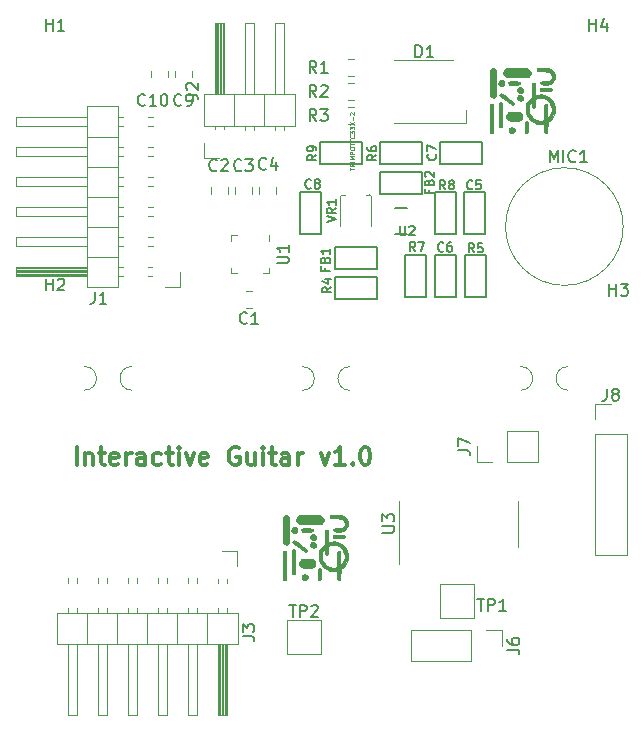
<source format=gbr>
G04 #@! TF.GenerationSoftware,KiCad,Pcbnew,(5.1.6)-1*
G04 #@! TF.CreationDate,2020-07-09T12:34:34+02:00*
G04 #@! TF.ProjectId,InteractiveGuitar,496e7465-7261-4637-9469-766547756974,rev?*
G04 #@! TF.SameCoordinates,Original*
G04 #@! TF.FileFunction,Legend,Top*
G04 #@! TF.FilePolarity,Positive*
%FSLAX46Y46*%
G04 Gerber Fmt 4.6, Leading zero omitted, Abs format (unit mm)*
G04 Created by KiCad (PCBNEW (5.1.6)-1) date 2020-07-09 12:34:34*
%MOMM*%
%LPD*%
G01*
G04 APERTURE LIST*
%ADD10C,0.300000*%
%ADD11C,0.100000*%
%ADD12C,0.120000*%
%ADD13C,0.010000*%
%ADD14C,0.050000*%
%ADD15C,0.203200*%
%ADD16C,0.150000*%
%ADD17C,0.138988*%
%ADD18C,0.038608*%
G04 APERTURE END LIST*
D10*
X125846642Y-108311071D02*
X125846642Y-106811071D01*
X126560928Y-107311071D02*
X126560928Y-108311071D01*
X126560928Y-107453928D02*
X126632357Y-107382500D01*
X126775214Y-107311071D01*
X126989500Y-107311071D01*
X127132357Y-107382500D01*
X127203785Y-107525357D01*
X127203785Y-108311071D01*
X127703785Y-107311071D02*
X128275214Y-107311071D01*
X127918071Y-106811071D02*
X127918071Y-108096785D01*
X127989500Y-108239642D01*
X128132357Y-108311071D01*
X128275214Y-108311071D01*
X129346642Y-108239642D02*
X129203785Y-108311071D01*
X128918071Y-108311071D01*
X128775214Y-108239642D01*
X128703785Y-108096785D01*
X128703785Y-107525357D01*
X128775214Y-107382500D01*
X128918071Y-107311071D01*
X129203785Y-107311071D01*
X129346642Y-107382500D01*
X129418071Y-107525357D01*
X129418071Y-107668214D01*
X128703785Y-107811071D01*
X130060928Y-108311071D02*
X130060928Y-107311071D01*
X130060928Y-107596785D02*
X130132357Y-107453928D01*
X130203785Y-107382500D01*
X130346642Y-107311071D01*
X130489500Y-107311071D01*
X131632357Y-108311071D02*
X131632357Y-107525357D01*
X131560928Y-107382500D01*
X131418071Y-107311071D01*
X131132357Y-107311071D01*
X130989500Y-107382500D01*
X131632357Y-108239642D02*
X131489500Y-108311071D01*
X131132357Y-108311071D01*
X130989500Y-108239642D01*
X130918071Y-108096785D01*
X130918071Y-107953928D01*
X130989500Y-107811071D01*
X131132357Y-107739642D01*
X131489500Y-107739642D01*
X131632357Y-107668214D01*
X132989500Y-108239642D02*
X132846642Y-108311071D01*
X132560928Y-108311071D01*
X132418071Y-108239642D01*
X132346642Y-108168214D01*
X132275214Y-108025357D01*
X132275214Y-107596785D01*
X132346642Y-107453928D01*
X132418071Y-107382500D01*
X132560928Y-107311071D01*
X132846642Y-107311071D01*
X132989500Y-107382500D01*
X133418071Y-107311071D02*
X133989500Y-107311071D01*
X133632357Y-106811071D02*
X133632357Y-108096785D01*
X133703785Y-108239642D01*
X133846642Y-108311071D01*
X133989500Y-108311071D01*
X134489500Y-108311071D02*
X134489500Y-107311071D01*
X134489500Y-106811071D02*
X134418071Y-106882500D01*
X134489500Y-106953928D01*
X134560928Y-106882500D01*
X134489500Y-106811071D01*
X134489500Y-106953928D01*
X135060928Y-107311071D02*
X135418071Y-108311071D01*
X135775214Y-107311071D01*
X136918071Y-108239642D02*
X136775214Y-108311071D01*
X136489500Y-108311071D01*
X136346642Y-108239642D01*
X136275214Y-108096785D01*
X136275214Y-107525357D01*
X136346642Y-107382500D01*
X136489500Y-107311071D01*
X136775214Y-107311071D01*
X136918071Y-107382500D01*
X136989500Y-107525357D01*
X136989500Y-107668214D01*
X136275214Y-107811071D01*
X139560928Y-106882500D02*
X139418071Y-106811071D01*
X139203785Y-106811071D01*
X138989500Y-106882500D01*
X138846642Y-107025357D01*
X138775214Y-107168214D01*
X138703785Y-107453928D01*
X138703785Y-107668214D01*
X138775214Y-107953928D01*
X138846642Y-108096785D01*
X138989500Y-108239642D01*
X139203785Y-108311071D01*
X139346642Y-108311071D01*
X139560928Y-108239642D01*
X139632357Y-108168214D01*
X139632357Y-107668214D01*
X139346642Y-107668214D01*
X140918071Y-107311071D02*
X140918071Y-108311071D01*
X140275214Y-107311071D02*
X140275214Y-108096785D01*
X140346642Y-108239642D01*
X140489500Y-108311071D01*
X140703785Y-108311071D01*
X140846642Y-108239642D01*
X140918071Y-108168214D01*
X141632357Y-108311071D02*
X141632357Y-107311071D01*
X141632357Y-106811071D02*
X141560928Y-106882500D01*
X141632357Y-106953928D01*
X141703785Y-106882500D01*
X141632357Y-106811071D01*
X141632357Y-106953928D01*
X142132357Y-107311071D02*
X142703785Y-107311071D01*
X142346642Y-106811071D02*
X142346642Y-108096785D01*
X142418071Y-108239642D01*
X142560928Y-108311071D01*
X142703785Y-108311071D01*
X143846642Y-108311071D02*
X143846642Y-107525357D01*
X143775214Y-107382500D01*
X143632357Y-107311071D01*
X143346642Y-107311071D01*
X143203785Y-107382500D01*
X143846642Y-108239642D02*
X143703785Y-108311071D01*
X143346642Y-108311071D01*
X143203785Y-108239642D01*
X143132357Y-108096785D01*
X143132357Y-107953928D01*
X143203785Y-107811071D01*
X143346642Y-107739642D01*
X143703785Y-107739642D01*
X143846642Y-107668214D01*
X144560928Y-108311071D02*
X144560928Y-107311071D01*
X144560928Y-107596785D02*
X144632357Y-107453928D01*
X144703785Y-107382500D01*
X144846642Y-107311071D01*
X144989500Y-107311071D01*
X146489500Y-107311071D02*
X146846642Y-108311071D01*
X147203785Y-107311071D01*
X148560928Y-108311071D02*
X147703785Y-108311071D01*
X148132357Y-108311071D02*
X148132357Y-106811071D01*
X147989500Y-107025357D01*
X147846642Y-107168214D01*
X147703785Y-107239642D01*
X149203785Y-108168214D02*
X149275214Y-108239642D01*
X149203785Y-108311071D01*
X149132357Y-108239642D01*
X149203785Y-108168214D01*
X149203785Y-108311071D01*
X150203785Y-106811071D02*
X150346642Y-106811071D01*
X150489500Y-106882500D01*
X150560928Y-106953928D01*
X150632357Y-107096785D01*
X150703785Y-107382500D01*
X150703785Y-107739642D01*
X150632357Y-108025357D01*
X150560928Y-108168214D01*
X150489500Y-108239642D01*
X150346642Y-108311071D01*
X150203785Y-108311071D01*
X150060928Y-108239642D01*
X149989500Y-108168214D01*
X149918071Y-108025357D01*
X149846642Y-107739642D01*
X149846642Y-107382500D01*
X149918071Y-107096785D01*
X149989500Y-106953928D01*
X150060928Y-106882500D01*
X150203785Y-106811071D01*
D11*
X163442900Y-101990400D02*
G75*
G03*
X163442900Y-99990400I0J1000000D01*
G01*
X167442900Y-99990400D02*
G75*
G03*
X167442900Y-101990400I0J-1000000D01*
G01*
X126511300Y-101990400D02*
G75*
G03*
X126511300Y-99990400I0J1000000D01*
G01*
X130511300Y-99990400D02*
G75*
G03*
X130511300Y-101990400I0J-1000000D01*
G01*
D12*
X159706000Y-108073500D02*
X159706000Y-106743500D01*
X161036000Y-108073500D02*
X159706000Y-108073500D01*
X162306000Y-108073500D02*
X162306000Y-105413500D01*
X162306000Y-105413500D02*
X164906000Y-105413500D01*
X162306000Y-108073500D02*
X164906000Y-108073500D01*
X164906000Y-108073500D02*
X164906000Y-105413500D01*
X153118500Y-113285500D02*
X153118500Y-116735500D01*
X153118500Y-113285500D02*
X153118500Y-111335500D01*
X163238500Y-113285500D02*
X163238500Y-115235500D01*
X163238500Y-113285500D02*
X163238500Y-111335500D01*
X133552000Y-75506078D02*
X133552000Y-74988922D01*
X132132000Y-75506078D02*
X132132000Y-74988922D01*
X135584000Y-75491078D02*
X135584000Y-74973922D01*
X134164000Y-75491078D02*
X134164000Y-74973922D01*
X139506000Y-120820000D02*
X124146000Y-120820000D01*
X124146000Y-120820000D02*
X124146000Y-123480000D01*
X124146000Y-123480000D02*
X139506000Y-123480000D01*
X139506000Y-123480000D02*
X139506000Y-120820000D01*
X138556000Y-123480000D02*
X138556000Y-129480000D01*
X138556000Y-129480000D02*
X137796000Y-129480000D01*
X137796000Y-129480000D02*
X137796000Y-123480000D01*
X138496000Y-123480000D02*
X138496000Y-129480000D01*
X138376000Y-123480000D02*
X138376000Y-129480000D01*
X138256000Y-123480000D02*
X138256000Y-129480000D01*
X138136000Y-123480000D02*
X138136000Y-129480000D01*
X138016000Y-123480000D02*
X138016000Y-129480000D01*
X137896000Y-123480000D02*
X137896000Y-129480000D01*
X138556000Y-120422929D02*
X138556000Y-120820000D01*
X137796000Y-120422929D02*
X137796000Y-120820000D01*
X138556000Y-117950000D02*
X138556000Y-118337071D01*
X137796000Y-117950000D02*
X137796000Y-118337071D01*
X136906000Y-120820000D02*
X136906000Y-123480000D01*
X136016000Y-123480000D02*
X136016000Y-129480000D01*
X136016000Y-129480000D02*
X135256000Y-129480000D01*
X135256000Y-129480000D02*
X135256000Y-123480000D01*
X136016000Y-120422929D02*
X136016000Y-120820000D01*
X135256000Y-120422929D02*
X135256000Y-120820000D01*
X136016000Y-117882929D02*
X136016000Y-118337071D01*
X135256000Y-117882929D02*
X135256000Y-118337071D01*
X134366000Y-120820000D02*
X134366000Y-123480000D01*
X133476000Y-123480000D02*
X133476000Y-129480000D01*
X133476000Y-129480000D02*
X132716000Y-129480000D01*
X132716000Y-129480000D02*
X132716000Y-123480000D01*
X133476000Y-120422929D02*
X133476000Y-120820000D01*
X132716000Y-120422929D02*
X132716000Y-120820000D01*
X133476000Y-117882929D02*
X133476000Y-118337071D01*
X132716000Y-117882929D02*
X132716000Y-118337071D01*
X131826000Y-120820000D02*
X131826000Y-123480000D01*
X130936000Y-123480000D02*
X130936000Y-129480000D01*
X130936000Y-129480000D02*
X130176000Y-129480000D01*
X130176000Y-129480000D02*
X130176000Y-123480000D01*
X130936000Y-120422929D02*
X130936000Y-120820000D01*
X130176000Y-120422929D02*
X130176000Y-120820000D01*
X130936000Y-117882929D02*
X130936000Y-118337071D01*
X130176000Y-117882929D02*
X130176000Y-118337071D01*
X129286000Y-120820000D02*
X129286000Y-123480000D01*
X128396000Y-123480000D02*
X128396000Y-129480000D01*
X128396000Y-129480000D02*
X127636000Y-129480000D01*
X127636000Y-129480000D02*
X127636000Y-123480000D01*
X128396000Y-120422929D02*
X128396000Y-120820000D01*
X127636000Y-120422929D02*
X127636000Y-120820000D01*
X128396000Y-117882929D02*
X128396000Y-118337071D01*
X127636000Y-117882929D02*
X127636000Y-118337071D01*
X126746000Y-120820000D02*
X126746000Y-123480000D01*
X125856000Y-123480000D02*
X125856000Y-129480000D01*
X125856000Y-129480000D02*
X125096000Y-129480000D01*
X125096000Y-129480000D02*
X125096000Y-123480000D01*
X125856000Y-120422929D02*
X125856000Y-120820000D01*
X125096000Y-120422929D02*
X125096000Y-120820000D01*
X125856000Y-117882929D02*
X125856000Y-118337071D01*
X125096000Y-117882929D02*
X125096000Y-118337071D01*
X138176000Y-115570000D02*
X139446000Y-115570000D01*
X139446000Y-115570000D02*
X139446000Y-116840000D01*
X143647500Y-124322500D02*
X143647500Y-121422500D01*
X146547500Y-124322500D02*
X143647500Y-124322500D01*
X146547500Y-121422500D02*
X146547500Y-124322500D01*
X143647500Y-121422500D02*
X146547500Y-121422500D01*
X156601500Y-121274500D02*
X156601500Y-118374500D01*
X159501500Y-121274500D02*
X156601500Y-121274500D01*
X159501500Y-118374500D02*
X159501500Y-121274500D01*
X156601500Y-118374500D02*
X159501500Y-118374500D01*
X161858000Y-122304500D02*
X161858000Y-123634500D01*
X160528000Y-122304500D02*
X161858000Y-122304500D01*
X159258000Y-122304500D02*
X159258000Y-124964500D01*
X159258000Y-124964500D02*
X154118000Y-124964500D01*
X159258000Y-122304500D02*
X154118000Y-122304500D01*
X154118000Y-122304500D02*
X154118000Y-124964500D01*
X136592000Y-79586000D02*
X144332000Y-79586000D01*
X144332000Y-79586000D02*
X144332000Y-76926000D01*
X144332000Y-76926000D02*
X136592000Y-76926000D01*
X136592000Y-76926000D02*
X136592000Y-79586000D01*
X137542000Y-76926000D02*
X137542000Y-70926000D01*
X137542000Y-70926000D02*
X138302000Y-70926000D01*
X138302000Y-70926000D02*
X138302000Y-76926000D01*
X137602000Y-76926000D02*
X137602000Y-70926000D01*
X137722000Y-76926000D02*
X137722000Y-70926000D01*
X137842000Y-76926000D02*
X137842000Y-70926000D01*
X137962000Y-76926000D02*
X137962000Y-70926000D01*
X138082000Y-76926000D02*
X138082000Y-70926000D01*
X138202000Y-76926000D02*
X138202000Y-70926000D01*
X137542000Y-79916000D02*
X137542000Y-79586000D01*
X138302000Y-79916000D02*
X138302000Y-79586000D01*
X139192000Y-79586000D02*
X139192000Y-76926000D01*
X140082000Y-76926000D02*
X140082000Y-70926000D01*
X140082000Y-70926000D02*
X140842000Y-70926000D01*
X140842000Y-70926000D02*
X140842000Y-76926000D01*
X140082000Y-79983071D02*
X140082000Y-79586000D01*
X140842000Y-79983071D02*
X140842000Y-79586000D01*
X141732000Y-79586000D02*
X141732000Y-76926000D01*
X142622000Y-76926000D02*
X142622000Y-70926000D01*
X142622000Y-70926000D02*
X143382000Y-70926000D01*
X143382000Y-70926000D02*
X143382000Y-76926000D01*
X142622000Y-79983071D02*
X142622000Y-79586000D01*
X143382000Y-79983071D02*
X143382000Y-79586000D01*
X137922000Y-82296000D02*
X136652000Y-82296000D01*
X136652000Y-82296000D02*
X136652000Y-81026000D01*
X129370000Y-93278000D02*
X129370000Y-77918000D01*
X129370000Y-77918000D02*
X126710000Y-77918000D01*
X126710000Y-77918000D02*
X126710000Y-93278000D01*
X126710000Y-93278000D02*
X129370000Y-93278000D01*
X126710000Y-92328000D02*
X120710000Y-92328000D01*
X120710000Y-92328000D02*
X120710000Y-91568000D01*
X120710000Y-91568000D02*
X126710000Y-91568000D01*
X126710000Y-92268000D02*
X120710000Y-92268000D01*
X126710000Y-92148000D02*
X120710000Y-92148000D01*
X126710000Y-92028000D02*
X120710000Y-92028000D01*
X126710000Y-91908000D02*
X120710000Y-91908000D01*
X126710000Y-91788000D02*
X120710000Y-91788000D01*
X126710000Y-91668000D02*
X120710000Y-91668000D01*
X129767071Y-92328000D02*
X129370000Y-92328000D01*
X129767071Y-91568000D02*
X129370000Y-91568000D01*
X132240000Y-92328000D02*
X131852929Y-92328000D01*
X132240000Y-91568000D02*
X131852929Y-91568000D01*
X129370000Y-90678000D02*
X126710000Y-90678000D01*
X126710000Y-89788000D02*
X120710000Y-89788000D01*
X120710000Y-89788000D02*
X120710000Y-89028000D01*
X120710000Y-89028000D02*
X126710000Y-89028000D01*
X129767071Y-89788000D02*
X129370000Y-89788000D01*
X129767071Y-89028000D02*
X129370000Y-89028000D01*
X132307071Y-89788000D02*
X131852929Y-89788000D01*
X132307071Y-89028000D02*
X131852929Y-89028000D01*
X129370000Y-88138000D02*
X126710000Y-88138000D01*
X126710000Y-87248000D02*
X120710000Y-87248000D01*
X120710000Y-87248000D02*
X120710000Y-86488000D01*
X120710000Y-86488000D02*
X126710000Y-86488000D01*
X129767071Y-87248000D02*
X129370000Y-87248000D01*
X129767071Y-86488000D02*
X129370000Y-86488000D01*
X132307071Y-87248000D02*
X131852929Y-87248000D01*
X132307071Y-86488000D02*
X131852929Y-86488000D01*
X129370000Y-85598000D02*
X126710000Y-85598000D01*
X126710000Y-84708000D02*
X120710000Y-84708000D01*
X120710000Y-84708000D02*
X120710000Y-83948000D01*
X120710000Y-83948000D02*
X126710000Y-83948000D01*
X129767071Y-84708000D02*
X129370000Y-84708000D01*
X129767071Y-83948000D02*
X129370000Y-83948000D01*
X132307071Y-84708000D02*
X131852929Y-84708000D01*
X132307071Y-83948000D02*
X131852929Y-83948000D01*
X129370000Y-83058000D02*
X126710000Y-83058000D01*
X126710000Y-82168000D02*
X120710000Y-82168000D01*
X120710000Y-82168000D02*
X120710000Y-81408000D01*
X120710000Y-81408000D02*
X126710000Y-81408000D01*
X129767071Y-82168000D02*
X129370000Y-82168000D01*
X129767071Y-81408000D02*
X129370000Y-81408000D01*
X132307071Y-82168000D02*
X131852929Y-82168000D01*
X132307071Y-81408000D02*
X131852929Y-81408000D01*
X129370000Y-80518000D02*
X126710000Y-80518000D01*
X126710000Y-79628000D02*
X120710000Y-79628000D01*
X120710000Y-79628000D02*
X120710000Y-78868000D01*
X120710000Y-78868000D02*
X126710000Y-78868000D01*
X129767071Y-79628000D02*
X129370000Y-79628000D01*
X129767071Y-78868000D02*
X129370000Y-78868000D01*
X132307071Y-79628000D02*
X131852929Y-79628000D01*
X132307071Y-78868000D02*
X131852929Y-78868000D01*
X134620000Y-91948000D02*
X134620000Y-93218000D01*
X134620000Y-93218000D02*
X133350000Y-93218000D01*
X169739000Y-103127500D02*
X171069000Y-103127500D01*
X169739000Y-104457500D02*
X169739000Y-103127500D01*
X169739000Y-105727500D02*
X172399000Y-105727500D01*
X172399000Y-105727500D02*
X172399000Y-115947500D01*
X169739000Y-105727500D02*
X169739000Y-115947500D01*
X169739000Y-115947500D02*
X172399000Y-115947500D01*
X158794000Y-79408000D02*
X152694000Y-79408000D01*
X158794000Y-78308000D02*
X158794000Y-79408000D01*
X152694000Y-74008000D02*
X157694000Y-74008000D01*
X149356578Y-79450000D02*
X148839422Y-79450000D01*
X149356578Y-78030000D02*
X148839422Y-78030000D01*
X149356578Y-77418000D02*
X148839422Y-77418000D01*
X149356578Y-75998000D02*
X148839422Y-75998000D01*
X149356578Y-75374000D02*
X148839422Y-75374000D01*
X149356578Y-73954000D02*
X148839422Y-73954000D01*
X137212000Y-85348578D02*
X137212000Y-84831422D01*
X138632000Y-85348578D02*
X138632000Y-84831422D01*
X139244000Y-85348578D02*
X139244000Y-84831422D01*
X140664000Y-85348578D02*
X140664000Y-84831422D01*
X141276000Y-85348578D02*
X141276000Y-84831422D01*
X142696000Y-85348578D02*
X142696000Y-84831422D01*
X140680578Y-95002000D02*
X140163422Y-95002000D01*
X140680578Y-93582000D02*
X140163422Y-93582000D01*
D11*
X148964400Y-100003100D02*
G75*
G03*
X148964400Y-102003100I0J-1000000D01*
G01*
X144964400Y-102003100D02*
G75*
G03*
X144964400Y-100003100I0J1000000D01*
G01*
D13*
G36*
X162814724Y-79763989D02*
G01*
X162888265Y-79831155D01*
X162931929Y-79920385D01*
X162935610Y-80021596D01*
X162889204Y-80124707D01*
X162869562Y-80148538D01*
X162772454Y-80226740D01*
X162670064Y-80245285D01*
X162569043Y-80216869D01*
X162476958Y-80147194D01*
X162430317Y-80048288D01*
X162431297Y-79937398D01*
X162482076Y-79831770D01*
X162515889Y-79795687D01*
X162618430Y-79736173D01*
X162721410Y-79728968D01*
X162814724Y-79763989D01*
G37*
X162814724Y-79763989D02*
X162888265Y-79831155D01*
X162931929Y-79920385D01*
X162935610Y-80021596D01*
X162889204Y-80124707D01*
X162869562Y-80148538D01*
X162772454Y-80226740D01*
X162670064Y-80245285D01*
X162569043Y-80216869D01*
X162476958Y-80147194D01*
X162430317Y-80048288D01*
X162431297Y-79937398D01*
X162482076Y-79831770D01*
X162515889Y-79795687D01*
X162618430Y-79736173D01*
X162721410Y-79728968D01*
X162814724Y-79763989D01*
G36*
X161064248Y-77767405D02*
G01*
X161074312Y-77801594D01*
X161082207Y-77879461D01*
X161088008Y-78004348D01*
X161091789Y-78179594D01*
X161093625Y-78408539D01*
X161093589Y-78694524D01*
X161091948Y-79013593D01*
X161083625Y-80216375D01*
X160980417Y-80226325D01*
X160903920Y-80224452D01*
X160862320Y-80189714D01*
X160845479Y-80152821D01*
X160837036Y-80098574D01*
X160829656Y-79986642D01*
X160823495Y-79822834D01*
X160818707Y-79612956D01*
X160815448Y-79362819D01*
X160813874Y-79078229D01*
X160813749Y-78967247D01*
X160814079Y-78667343D01*
X160815248Y-78424539D01*
X160817525Y-78232441D01*
X160821181Y-78084651D01*
X160826484Y-77974773D01*
X160833704Y-77896411D01*
X160843112Y-77843169D01*
X160854976Y-77808649D01*
X160863175Y-77794564D01*
X160931937Y-77736001D01*
X161008054Y-77729747D01*
X161064248Y-77767405D01*
G37*
X161064248Y-77767405D02*
X161074312Y-77801594D01*
X161082207Y-77879461D01*
X161088008Y-78004348D01*
X161091789Y-78179594D01*
X161093625Y-78408539D01*
X161093589Y-78694524D01*
X161091948Y-79013593D01*
X161083625Y-80216375D01*
X160980417Y-80226325D01*
X160903920Y-80224452D01*
X160862320Y-80189714D01*
X160845479Y-80152821D01*
X160837036Y-80098574D01*
X160829656Y-79986642D01*
X160823495Y-79822834D01*
X160818707Y-79612956D01*
X160815448Y-79362819D01*
X160813874Y-79078229D01*
X160813749Y-78967247D01*
X160814079Y-78667343D01*
X160815248Y-78424539D01*
X160817525Y-78232441D01*
X160821181Y-78084651D01*
X160826484Y-77974773D01*
X160833704Y-77896411D01*
X160843112Y-77843169D01*
X160854976Y-77808649D01*
X160863175Y-77794564D01*
X160931937Y-77736001D01*
X161008054Y-77729747D01*
X161064248Y-77767405D01*
G36*
X163992846Y-79241310D02*
G01*
X164024229Y-79276471D01*
X164050304Y-79317222D01*
X164067645Y-79371373D01*
X164077924Y-79451620D01*
X164082817Y-79570661D01*
X164084000Y-79729854D01*
X164081336Y-79884111D01*
X164074094Y-80019303D01*
X164063398Y-80120347D01*
X164051132Y-80170837D01*
X163999212Y-80213175D01*
X163919844Y-80233596D01*
X163845020Y-80226543D01*
X163819416Y-80211083D01*
X163811861Y-80173347D01*
X163805497Y-80084038D01*
X163800853Y-79955080D01*
X163798459Y-79798395D01*
X163798250Y-79734152D01*
X163798250Y-79278388D01*
X163881354Y-79240523D01*
X163946424Y-79219985D01*
X163992846Y-79241310D01*
G37*
X163992846Y-79241310D02*
X164024229Y-79276471D01*
X164050304Y-79317222D01*
X164067645Y-79371373D01*
X164077924Y-79451620D01*
X164082817Y-79570661D01*
X164084000Y-79729854D01*
X164081336Y-79884111D01*
X164074094Y-80019303D01*
X164063398Y-80120347D01*
X164051132Y-80170837D01*
X163999212Y-80213175D01*
X163919844Y-80233596D01*
X163845020Y-80226543D01*
X163819416Y-80211083D01*
X163811861Y-80173347D01*
X163805497Y-80084038D01*
X163800853Y-79955080D01*
X163798459Y-79798395D01*
X163798250Y-79734152D01*
X163798250Y-79278388D01*
X163881354Y-79240523D01*
X163946424Y-79219985D01*
X163992846Y-79241310D01*
G36*
X164571017Y-75951728D02*
G01*
X164605431Y-75974516D01*
X164629122Y-76022772D01*
X164644024Y-76104900D01*
X164652068Y-76229308D01*
X164655184Y-76404401D01*
X164655500Y-76518443D01*
X164655500Y-77014686D01*
X164863159Y-76971981D01*
X165129441Y-76946373D01*
X165381191Y-76977213D01*
X165613675Y-77058211D01*
X165822159Y-77183077D01*
X166001909Y-77345519D01*
X166148190Y-77539247D01*
X166256268Y-77757969D01*
X166321408Y-77995396D01*
X166338877Y-78245235D01*
X166303940Y-78501197D01*
X166211863Y-78756991D01*
X166209764Y-78761326D01*
X166151867Y-78858835D01*
X166070802Y-78968234D01*
X165977901Y-79077213D01*
X165884500Y-79173463D01*
X165801931Y-79244673D01*
X165741528Y-79278535D01*
X165732441Y-79279750D01*
X165721650Y-79309690D01*
X165712732Y-79392298D01*
X165706409Y-79516750D01*
X165703400Y-79672224D01*
X165703250Y-79717900D01*
X165701653Y-79910487D01*
X165695219Y-80048491D01*
X165681484Y-80140781D01*
X165657985Y-80196229D01*
X165622256Y-80223707D01*
X165571833Y-80232085D01*
X165560375Y-80232250D01*
X165487514Y-80215055D01*
X165455600Y-80194150D01*
X165435896Y-80139484D01*
X165423262Y-80022351D01*
X165417756Y-79843396D01*
X165417500Y-79785248D01*
X165417500Y-79414447D01*
X165267287Y-79446485D01*
X165058831Y-79461602D01*
X164833335Y-79427340D01*
X164606172Y-79348921D01*
X164392714Y-79231571D01*
X164217633Y-79089779D01*
X164043526Y-78877020D01*
X163923200Y-78640362D01*
X163856688Y-78388713D01*
X163844025Y-78130982D01*
X163849163Y-78099203D01*
X164125719Y-78099203D01*
X164128982Y-78319656D01*
X164180445Y-78530533D01*
X164275655Y-78724099D01*
X164410159Y-78892622D01*
X164579503Y-79028369D01*
X164779234Y-79123606D01*
X165004899Y-79170600D01*
X165152248Y-79172342D01*
X165261299Y-79162767D01*
X165346059Y-79149855D01*
X165382435Y-79138923D01*
X165396220Y-79100281D01*
X165406524Y-79002734D01*
X165413414Y-78845021D01*
X165416954Y-78625881D01*
X165417500Y-78470519D01*
X165418167Y-78246070D01*
X165420567Y-78076741D01*
X165425302Y-77954160D01*
X165432969Y-77869958D01*
X165444168Y-77815763D01*
X165459499Y-77783206D01*
X165467392Y-77773892D01*
X165533894Y-77729113D01*
X165598930Y-77741303D01*
X165645187Y-77776545D01*
X165666057Y-77800965D01*
X165681278Y-77837065D01*
X165691722Y-77894226D01*
X165698262Y-77981828D01*
X165701769Y-78109250D01*
X165703114Y-78285873D01*
X165703250Y-78401205D01*
X165703250Y-78973318D01*
X165785646Y-78896346D01*
X165912160Y-78739645D01*
X166008143Y-78540318D01*
X166054457Y-78374875D01*
X166074185Y-78251141D01*
X166073996Y-78147853D01*
X166052714Y-78030700D01*
X166041062Y-77983926D01*
X165951342Y-77748680D01*
X165817719Y-77551056D01*
X165647796Y-77395615D01*
X165449176Y-77286916D01*
X165229462Y-77229519D01*
X164996257Y-77227984D01*
X164835314Y-77260750D01*
X164655500Y-77313023D01*
X164655013Y-77653449D01*
X164653300Y-77819064D01*
X164646959Y-77932560D01*
X164633346Y-78005285D01*
X164609819Y-78048589D01*
X164573737Y-78073821D01*
X164555398Y-78081322D01*
X164479782Y-78085531D01*
X164424079Y-78033672D01*
X164387159Y-77923925D01*
X164369592Y-77782178D01*
X164353559Y-77549375D01*
X164281610Y-77660500D01*
X164175111Y-77876906D01*
X164125719Y-78099203D01*
X163849163Y-78099203D01*
X163885245Y-77876076D01*
X163980382Y-77632903D01*
X164129469Y-77410371D01*
X164210866Y-77322567D01*
X164368119Y-77168375D01*
X164368934Y-76627752D01*
X164371292Y-76398595D01*
X164378688Y-76225562D01*
X164392777Y-76101366D01*
X164415218Y-76018719D01*
X164447667Y-75970335D01*
X164491780Y-75948928D01*
X164523950Y-75946000D01*
X164571017Y-75951728D01*
G37*
X164571017Y-75951728D02*
X164605431Y-75974516D01*
X164629122Y-76022772D01*
X164644024Y-76104900D01*
X164652068Y-76229308D01*
X164655184Y-76404401D01*
X164655500Y-76518443D01*
X164655500Y-77014686D01*
X164863159Y-76971981D01*
X165129441Y-76946373D01*
X165381191Y-76977213D01*
X165613675Y-77058211D01*
X165822159Y-77183077D01*
X166001909Y-77345519D01*
X166148190Y-77539247D01*
X166256268Y-77757969D01*
X166321408Y-77995396D01*
X166338877Y-78245235D01*
X166303940Y-78501197D01*
X166211863Y-78756991D01*
X166209764Y-78761326D01*
X166151867Y-78858835D01*
X166070802Y-78968234D01*
X165977901Y-79077213D01*
X165884500Y-79173463D01*
X165801931Y-79244673D01*
X165741528Y-79278535D01*
X165732441Y-79279750D01*
X165721650Y-79309690D01*
X165712732Y-79392298D01*
X165706409Y-79516750D01*
X165703400Y-79672224D01*
X165703250Y-79717900D01*
X165701653Y-79910487D01*
X165695219Y-80048491D01*
X165681484Y-80140781D01*
X165657985Y-80196229D01*
X165622256Y-80223707D01*
X165571833Y-80232085D01*
X165560375Y-80232250D01*
X165487514Y-80215055D01*
X165455600Y-80194150D01*
X165435896Y-80139484D01*
X165423262Y-80022351D01*
X165417756Y-79843396D01*
X165417500Y-79785248D01*
X165417500Y-79414447D01*
X165267287Y-79446485D01*
X165058831Y-79461602D01*
X164833335Y-79427340D01*
X164606172Y-79348921D01*
X164392714Y-79231571D01*
X164217633Y-79089779D01*
X164043526Y-78877020D01*
X163923200Y-78640362D01*
X163856688Y-78388713D01*
X163844025Y-78130982D01*
X163849163Y-78099203D01*
X164125719Y-78099203D01*
X164128982Y-78319656D01*
X164180445Y-78530533D01*
X164275655Y-78724099D01*
X164410159Y-78892622D01*
X164579503Y-79028369D01*
X164779234Y-79123606D01*
X165004899Y-79170600D01*
X165152248Y-79172342D01*
X165261299Y-79162767D01*
X165346059Y-79149855D01*
X165382435Y-79138923D01*
X165396220Y-79100281D01*
X165406524Y-79002734D01*
X165413414Y-78845021D01*
X165416954Y-78625881D01*
X165417500Y-78470519D01*
X165418167Y-78246070D01*
X165420567Y-78076741D01*
X165425302Y-77954160D01*
X165432969Y-77869958D01*
X165444168Y-77815763D01*
X165459499Y-77783206D01*
X165467392Y-77773892D01*
X165533894Y-77729113D01*
X165598930Y-77741303D01*
X165645187Y-77776545D01*
X165666057Y-77800965D01*
X165681278Y-77837065D01*
X165691722Y-77894226D01*
X165698262Y-77981828D01*
X165701769Y-78109250D01*
X165703114Y-78285873D01*
X165703250Y-78401205D01*
X165703250Y-78973318D01*
X165785646Y-78896346D01*
X165912160Y-78739645D01*
X166008143Y-78540318D01*
X166054457Y-78374875D01*
X166074185Y-78251141D01*
X166073996Y-78147853D01*
X166052714Y-78030700D01*
X166041062Y-77983926D01*
X165951342Y-77748680D01*
X165817719Y-77551056D01*
X165647796Y-77395615D01*
X165449176Y-77286916D01*
X165229462Y-77229519D01*
X164996257Y-77227984D01*
X164835314Y-77260750D01*
X164655500Y-77313023D01*
X164655013Y-77653449D01*
X164653300Y-77819064D01*
X164646959Y-77932560D01*
X164633346Y-78005285D01*
X164609819Y-78048589D01*
X164573737Y-78073821D01*
X164555398Y-78081322D01*
X164479782Y-78085531D01*
X164424079Y-78033672D01*
X164387159Y-77923925D01*
X164369592Y-77782178D01*
X164353559Y-77549375D01*
X164281610Y-77660500D01*
X164175111Y-77876906D01*
X164125719Y-78099203D01*
X163849163Y-78099203D01*
X163885245Y-77876076D01*
X163980382Y-77632903D01*
X164129469Y-77410371D01*
X164210866Y-77322567D01*
X164368119Y-77168375D01*
X164368934Y-76627752D01*
X164371292Y-76398595D01*
X164378688Y-76225562D01*
X164392777Y-76101366D01*
X164415218Y-76018719D01*
X164447667Y-75970335D01*
X164491780Y-75948928D01*
X164523950Y-75946000D01*
X164571017Y-75951728D01*
G36*
X161802096Y-77622060D02*
G01*
X161833479Y-77657221D01*
X161850647Y-77682190D01*
X161864187Y-77714699D01*
X161874525Y-77762007D01*
X161882088Y-77831371D01*
X161887304Y-77930049D01*
X161890600Y-78065299D01*
X161892403Y-78244380D01*
X161893139Y-78474549D01*
X161893250Y-78672952D01*
X161892832Y-78949080D01*
X161891352Y-79168675D01*
X161888471Y-79338704D01*
X161883848Y-79466130D01*
X161877142Y-79557917D01*
X161868016Y-79621030D01*
X161856127Y-79662434D01*
X161843824Y-79685435D01*
X161783832Y-79744547D01*
X161715944Y-79746632D01*
X161663062Y-79721706D01*
X161647635Y-79708588D01*
X161635342Y-79684746D01*
X161625831Y-79643545D01*
X161618752Y-79578352D01*
X161613751Y-79482535D01*
X161610478Y-79349458D01*
X161608579Y-79172490D01*
X161607704Y-78944996D01*
X161607500Y-78674241D01*
X161607500Y-77659138D01*
X161690604Y-77621273D01*
X161755674Y-77600735D01*
X161802096Y-77622060D01*
G37*
X161802096Y-77622060D02*
X161833479Y-77657221D01*
X161850647Y-77682190D01*
X161864187Y-77714699D01*
X161874525Y-77762007D01*
X161882088Y-77831371D01*
X161887304Y-77930049D01*
X161890600Y-78065299D01*
X161892403Y-78244380D01*
X161893139Y-78474549D01*
X161893250Y-78672952D01*
X161892832Y-78949080D01*
X161891352Y-79168675D01*
X161888471Y-79338704D01*
X161883848Y-79466130D01*
X161877142Y-79557917D01*
X161868016Y-79621030D01*
X161856127Y-79662434D01*
X161843824Y-79685435D01*
X161783832Y-79744547D01*
X161715944Y-79746632D01*
X161663062Y-79721706D01*
X161647635Y-79708588D01*
X161635342Y-79684746D01*
X161625831Y-79643545D01*
X161618752Y-79578352D01*
X161613751Y-79482535D01*
X161610478Y-79349458D01*
X161608579Y-79172490D01*
X161607704Y-78944996D01*
X161607500Y-78674241D01*
X161607500Y-77659138D01*
X161690604Y-77621273D01*
X161755674Y-77600735D01*
X161802096Y-77622060D01*
G36*
X163063071Y-78422864D02*
G01*
X163213532Y-78433596D01*
X163332047Y-78450749D01*
X163403168Y-78474232D01*
X163404114Y-78474839D01*
X163508129Y-78576338D01*
X163562245Y-78702067D01*
X163567080Y-78837782D01*
X163523254Y-78969239D01*
X163431384Y-79082192D01*
X163376021Y-79122285D01*
X163323281Y-79149024D01*
X163260180Y-79166937D01*
X163173414Y-79177678D01*
X163049678Y-79182902D01*
X162877500Y-79184262D01*
X162704000Y-79182874D01*
X162580656Y-79177608D01*
X162494164Y-79166810D01*
X162431216Y-79148824D01*
X162378978Y-79122285D01*
X162278904Y-79034440D01*
X162207168Y-78920303D01*
X162179013Y-78804296D01*
X162179000Y-78801937D01*
X162202172Y-78690680D01*
X162261098Y-78577531D01*
X162339893Y-78489886D01*
X162372204Y-78468726D01*
X162450695Y-78445979D01*
X162574474Y-78430111D01*
X162728094Y-78421030D01*
X162896109Y-78418645D01*
X163063071Y-78422864D01*
G37*
X163063071Y-78422864D02*
X163213532Y-78433596D01*
X163332047Y-78450749D01*
X163403168Y-78474232D01*
X163404114Y-78474839D01*
X163508129Y-78576338D01*
X163562245Y-78702067D01*
X163567080Y-78837782D01*
X163523254Y-78969239D01*
X163431384Y-79082192D01*
X163376021Y-79122285D01*
X163323281Y-79149024D01*
X163260180Y-79166937D01*
X163173414Y-79177678D01*
X163049678Y-79182902D01*
X162877500Y-79184262D01*
X162704000Y-79182874D01*
X162580656Y-79177608D01*
X162494164Y-79166810D01*
X162431216Y-79148824D01*
X162378978Y-79122285D01*
X162278904Y-79034440D01*
X162207168Y-78920303D01*
X162179013Y-78804296D01*
X162179000Y-78801937D01*
X162202172Y-78690680D01*
X162261098Y-78577531D01*
X162339893Y-78489886D01*
X162372204Y-78468726D01*
X162450695Y-78445979D01*
X162574474Y-78430111D01*
X162728094Y-78421030D01*
X162896109Y-78418645D01*
X163063071Y-78422864D01*
G36*
X161825372Y-76887848D02*
G01*
X161912005Y-76939035D01*
X162031492Y-77016728D01*
X162174893Y-77115088D01*
X162333266Y-77228279D01*
X162353625Y-77243147D01*
X162548420Y-77388004D01*
X162694357Y-77502890D01*
X162795593Y-77592784D01*
X162856289Y-77662662D01*
X162880602Y-77717503D01*
X162872692Y-77762285D01*
X162836717Y-77801985D01*
X162826821Y-77809533D01*
X162772095Y-77842814D01*
X162747383Y-77851000D01*
X162715500Y-77833371D01*
X162640734Y-77784386D01*
X162531659Y-77709896D01*
X162396850Y-77615752D01*
X162253389Y-77513894D01*
X162057409Y-77373062D01*
X161907550Y-77263415D01*
X161797804Y-77179871D01*
X161722167Y-77117353D01*
X161674631Y-77070781D01*
X161649189Y-77035076D01*
X161639835Y-77005158D01*
X161639250Y-76994565D01*
X161666916Y-76918351D01*
X161736923Y-76873928D01*
X161780537Y-76869004D01*
X161825372Y-76887848D01*
G37*
X161825372Y-76887848D02*
X161912005Y-76939035D01*
X162031492Y-77016728D01*
X162174893Y-77115088D01*
X162333266Y-77228279D01*
X162353625Y-77243147D01*
X162548420Y-77388004D01*
X162694357Y-77502890D01*
X162795593Y-77592784D01*
X162856289Y-77662662D01*
X162880602Y-77717503D01*
X162872692Y-77762285D01*
X162836717Y-77801985D01*
X162826821Y-77809533D01*
X162772095Y-77842814D01*
X162747383Y-77851000D01*
X162715500Y-77833371D01*
X162640734Y-77784386D01*
X162531659Y-77709896D01*
X162396850Y-77615752D01*
X162253389Y-77513894D01*
X162057409Y-77373062D01*
X161907550Y-77263415D01*
X161797804Y-77179871D01*
X161722167Y-77117353D01*
X161674631Y-77070781D01*
X161649189Y-77035076D01*
X161639835Y-77005158D01*
X161639250Y-76994565D01*
X161666916Y-76918351D01*
X161736923Y-76873928D01*
X161780537Y-76869004D01*
X161825372Y-76887848D01*
G36*
X163490780Y-77009929D02*
G01*
X163568432Y-77068171D01*
X163589052Y-77091436D01*
X163642127Y-77168461D01*
X163670012Y-77236144D01*
X163671250Y-77247750D01*
X163651692Y-77308848D01*
X163603260Y-77386295D01*
X163589052Y-77404063D01*
X163487812Y-77483076D01*
X163374416Y-77504028D01*
X163262197Y-77466225D01*
X163209431Y-77423818D01*
X163146281Y-77323340D01*
X163136032Y-77215417D01*
X163172165Y-77114993D01*
X163248159Y-77037009D01*
X163357492Y-76996409D01*
X163397109Y-76993750D01*
X163490780Y-77009929D01*
G37*
X163490780Y-77009929D02*
X163568432Y-77068171D01*
X163589052Y-77091436D01*
X163642127Y-77168461D01*
X163670012Y-77236144D01*
X163671250Y-77247750D01*
X163651692Y-77308848D01*
X163603260Y-77386295D01*
X163589052Y-77404063D01*
X163487812Y-77483076D01*
X163374416Y-77504028D01*
X163262197Y-77466225D01*
X163209431Y-77423818D01*
X163146281Y-77323340D01*
X163136032Y-77215417D01*
X163172165Y-77114993D01*
X163248159Y-77037009D01*
X163357492Y-76996409D01*
X163397109Y-76993750D01*
X163490780Y-77009929D01*
G36*
X161225750Y-74768767D02*
G01*
X161287695Y-74823156D01*
X161305338Y-74847739D01*
X161319511Y-74876399D01*
X161330593Y-74915895D01*
X161338963Y-74972985D01*
X161345002Y-75054428D01*
X161349088Y-75166984D01*
X161351601Y-75317409D01*
X161352920Y-75512462D01*
X161353426Y-75758903D01*
X161353500Y-75995084D01*
X161353500Y-77083355D01*
X161255813Y-77165552D01*
X161161847Y-77228981D01*
X161077511Y-77241337D01*
X160978712Y-77205351D01*
X160965713Y-77198443D01*
X160925057Y-77171945D01*
X160892135Y-77136813D01*
X160866229Y-77086702D01*
X160846621Y-77015269D01*
X160832594Y-76916169D01*
X160823427Y-76783057D01*
X160818405Y-76609590D01*
X160816808Y-76389422D01*
X160817918Y-76116210D01*
X160819735Y-75908825D01*
X160829625Y-74903276D01*
X160906596Y-74821388D01*
X161006573Y-74753719D01*
X161119335Y-74736208D01*
X161225750Y-74768767D01*
G37*
X161225750Y-74768767D02*
X161287695Y-74823156D01*
X161305338Y-74847739D01*
X161319511Y-74876399D01*
X161330593Y-74915895D01*
X161338963Y-74972985D01*
X161345002Y-75054428D01*
X161349088Y-75166984D01*
X161351601Y-75317409D01*
X161352920Y-75512462D01*
X161353426Y-75758903D01*
X161353500Y-75995084D01*
X161353500Y-77083355D01*
X161255813Y-77165552D01*
X161161847Y-77228981D01*
X161077511Y-77241337D01*
X160978712Y-77205351D01*
X160965713Y-77198443D01*
X160925057Y-77171945D01*
X160892135Y-77136813D01*
X160866229Y-77086702D01*
X160846621Y-77015269D01*
X160832594Y-76916169D01*
X160823427Y-76783057D01*
X160818405Y-76609590D01*
X160816808Y-76389422D01*
X160817918Y-76116210D01*
X160819735Y-75908825D01*
X160829625Y-74903276D01*
X160906596Y-74821388D01*
X161006573Y-74753719D01*
X161119335Y-74736208D01*
X161225750Y-74768767D01*
G36*
X163490780Y-76343179D02*
G01*
X163568432Y-76401421D01*
X163589052Y-76424686D01*
X163651564Y-76513244D01*
X163666989Y-76589023D01*
X163638621Y-76677902D01*
X163624799Y-76705729D01*
X163547523Y-76794671D01*
X163443034Y-76836342D01*
X163328813Y-76828581D01*
X163222337Y-76769228D01*
X163209431Y-76757068D01*
X163146281Y-76656590D01*
X163136032Y-76548667D01*
X163172165Y-76448243D01*
X163248159Y-76370259D01*
X163357492Y-76329659D01*
X163397109Y-76327000D01*
X163490780Y-76343179D01*
G37*
X163490780Y-76343179D02*
X163568432Y-76401421D01*
X163589052Y-76424686D01*
X163651564Y-76513244D01*
X163666989Y-76589023D01*
X163638621Y-76677902D01*
X163624799Y-76705729D01*
X163547523Y-76794671D01*
X163443034Y-76836342D01*
X163328813Y-76828581D01*
X163222337Y-76769228D01*
X163209431Y-76757068D01*
X163146281Y-76656590D01*
X163136032Y-76548667D01*
X163172165Y-76448243D01*
X163248159Y-76370259D01*
X163357492Y-76329659D01*
X163397109Y-76327000D01*
X163490780Y-76343179D01*
G36*
X165533258Y-76396626D02*
G01*
X165575989Y-76397485D01*
X165748478Y-76401907D01*
X165868563Y-76407808D01*
X165947341Y-76416954D01*
X165995907Y-76431109D01*
X166025356Y-76452037D01*
X166040329Y-76471347D01*
X166066590Y-76529203D01*
X166049381Y-76583647D01*
X166034404Y-76606285D01*
X166010875Y-76634678D01*
X165979578Y-76654144D01*
X165929229Y-76666357D01*
X165848543Y-76672994D01*
X165726237Y-76675733D01*
X165563495Y-76676250D01*
X165388605Y-76675263D01*
X165265981Y-76671387D01*
X165184406Y-76663250D01*
X165132664Y-76649479D01*
X165099537Y-76628702D01*
X165089045Y-76618187D01*
X165042703Y-76548596D01*
X165052356Y-76489995D01*
X165095614Y-76442093D01*
X165128773Y-76420004D01*
X165177842Y-76405460D01*
X165254095Y-76397414D01*
X165368809Y-76394818D01*
X165533258Y-76396626D01*
G37*
X165533258Y-76396626D02*
X165575989Y-76397485D01*
X165748478Y-76401907D01*
X165868563Y-76407808D01*
X165947341Y-76416954D01*
X165995907Y-76431109D01*
X166025356Y-76452037D01*
X166040329Y-76471347D01*
X166066590Y-76529203D01*
X166049381Y-76583647D01*
X166034404Y-76606285D01*
X166010875Y-76634678D01*
X165979578Y-76654144D01*
X165929229Y-76666357D01*
X165848543Y-76672994D01*
X165726237Y-76675733D01*
X165563495Y-76676250D01*
X165388605Y-76675263D01*
X165265981Y-76671387D01*
X165184406Y-76663250D01*
X165132664Y-76649479D01*
X165099537Y-76628702D01*
X165089045Y-76618187D01*
X165042703Y-76548596D01*
X165052356Y-76489995D01*
X165095614Y-76442093D01*
X165128773Y-76420004D01*
X165177842Y-76405460D01*
X165254095Y-76397414D01*
X165368809Y-76394818D01*
X165533258Y-76396626D01*
G36*
X161916738Y-75755265D02*
G01*
X161995161Y-75817233D01*
X162046675Y-75901908D01*
X162061086Y-75999681D01*
X162028201Y-76100946D01*
X161991066Y-76149643D01*
X161899075Y-76222784D01*
X161798296Y-76243758D01*
X161743070Y-76238569D01*
X161659889Y-76197468D01*
X161589454Y-76115317D01*
X161548440Y-76014442D01*
X161544000Y-75972025D01*
X161571008Y-75871879D01*
X161621931Y-75801681D01*
X161719930Y-75737881D01*
X161821597Y-75725612D01*
X161916738Y-75755265D01*
G37*
X161916738Y-75755265D02*
X161995161Y-75817233D01*
X162046675Y-75901908D01*
X162061086Y-75999681D01*
X162028201Y-76100946D01*
X161991066Y-76149643D01*
X161899075Y-76222784D01*
X161798296Y-76243758D01*
X161743070Y-76238569D01*
X161659889Y-76197468D01*
X161589454Y-76115317D01*
X161548440Y-76014442D01*
X161544000Y-75972025D01*
X161571008Y-75871879D01*
X161621931Y-75801681D01*
X161719930Y-75737881D01*
X161821597Y-75725612D01*
X161916738Y-75755265D01*
G36*
X163067452Y-75852484D02*
G01*
X163205214Y-75859199D01*
X163297111Y-75873158D01*
X163351931Y-75896627D01*
X163378464Y-75931869D01*
X163385497Y-75981151D01*
X163385500Y-75982299D01*
X163370293Y-76043398D01*
X163320097Y-76086974D01*
X163228049Y-76115063D01*
X163087285Y-76129702D01*
X162890942Y-76132930D01*
X162878372Y-76132816D01*
X162727486Y-76130129D01*
X162596412Y-76125637D01*
X162500331Y-76119997D01*
X162456834Y-76114618D01*
X162404713Y-76072735D01*
X162378870Y-75999283D01*
X162386715Y-75923325D01*
X162401592Y-75897962D01*
X162430827Y-75878129D01*
X162486393Y-75864455D01*
X162577929Y-75855979D01*
X162715072Y-75851739D01*
X162875037Y-75850750D01*
X163067452Y-75852484D01*
G37*
X163067452Y-75852484D02*
X163205214Y-75859199D01*
X163297111Y-75873158D01*
X163351931Y-75896627D01*
X163378464Y-75931869D01*
X163385497Y-75981151D01*
X163385500Y-75982299D01*
X163370293Y-76043398D01*
X163320097Y-76086974D01*
X163228049Y-76115063D01*
X163087285Y-76129702D01*
X162890942Y-76132930D01*
X162878372Y-76132816D01*
X162727486Y-76130129D01*
X162596412Y-76125637D01*
X162500331Y-76119997D01*
X162456834Y-76114618D01*
X162404713Y-76072735D01*
X162378870Y-75999283D01*
X162386715Y-75923325D01*
X162401592Y-75897962D01*
X162430827Y-75878129D01*
X162486393Y-75864455D01*
X162577929Y-75855979D01*
X162715072Y-75851739D01*
X162875037Y-75850750D01*
X163067452Y-75852484D01*
G36*
X165610970Y-74744204D02*
G01*
X165742036Y-74746966D01*
X165829448Y-74751882D01*
X165848895Y-74754385D01*
X165951372Y-74795868D01*
X166066375Y-74877052D01*
X166175583Y-74982132D01*
X166260673Y-75095304D01*
X166275845Y-75122646D01*
X166321416Y-75263152D01*
X166337465Y-75429811D01*
X166323418Y-75593992D01*
X166287605Y-75709753D01*
X166189297Y-75855796D01*
X166050783Y-75982166D01*
X165892628Y-76072305D01*
X165801581Y-76101123D01*
X165638776Y-76126601D01*
X165475503Y-76136016D01*
X165328928Y-76129749D01*
X165216222Y-76108183D01*
X165170564Y-76087074D01*
X165111044Y-76017089D01*
X165106652Y-75939188D01*
X165138100Y-75888850D01*
X165191857Y-75868270D01*
X165298517Y-75855141D01*
X165440744Y-75850750D01*
X165640730Y-75841204D01*
X165791170Y-75810132D01*
X165903454Y-75753876D01*
X165982834Y-75676751D01*
X166058085Y-75536340D01*
X166071588Y-75388795D01*
X166031961Y-75258867D01*
X165984450Y-75172816D01*
X165932865Y-75108865D01*
X165867046Y-75063348D01*
X165776831Y-75032599D01*
X165652058Y-75012954D01*
X165482567Y-75000748D01*
X165296235Y-74993500D01*
X164798375Y-74977625D01*
X164798375Y-74755375D01*
X165274625Y-74745978D01*
X165450437Y-74743806D01*
X165610970Y-74744204D01*
G37*
X165610970Y-74744204D02*
X165742036Y-74746966D01*
X165829448Y-74751882D01*
X165848895Y-74754385D01*
X165951372Y-74795868D01*
X166066375Y-74877052D01*
X166175583Y-74982132D01*
X166260673Y-75095304D01*
X166275845Y-75122646D01*
X166321416Y-75263152D01*
X166337465Y-75429811D01*
X166323418Y-75593992D01*
X166287605Y-75709753D01*
X166189297Y-75855796D01*
X166050783Y-75982166D01*
X165892628Y-76072305D01*
X165801581Y-76101123D01*
X165638776Y-76126601D01*
X165475503Y-76136016D01*
X165328928Y-76129749D01*
X165216222Y-76108183D01*
X165170564Y-76087074D01*
X165111044Y-76017089D01*
X165106652Y-75939188D01*
X165138100Y-75888850D01*
X165191857Y-75868270D01*
X165298517Y-75855141D01*
X165440744Y-75850750D01*
X165640730Y-75841204D01*
X165791170Y-75810132D01*
X165903454Y-75753876D01*
X165982834Y-75676751D01*
X166058085Y-75536340D01*
X166071588Y-75388795D01*
X166031961Y-75258867D01*
X165984450Y-75172816D01*
X165932865Y-75108865D01*
X165867046Y-75063348D01*
X165776831Y-75032599D01*
X165652058Y-75012954D01*
X165482567Y-75000748D01*
X165296235Y-74993500D01*
X164798375Y-74977625D01*
X164798375Y-74755375D01*
X165274625Y-74745978D01*
X165450437Y-74743806D01*
X165610970Y-74744204D01*
G36*
X163639027Y-74708486D02*
G01*
X163788256Y-74712913D01*
X163895723Y-74720410D01*
X163917738Y-74723219D01*
X164054566Y-74767739D01*
X164174498Y-74849851D01*
X164260467Y-74955181D01*
X164291961Y-75038417D01*
X164288101Y-75175791D01*
X164234053Y-75309277D01*
X164140240Y-75416060D01*
X164109723Y-75437186D01*
X164075205Y-75456206D01*
X164036242Y-75471021D01*
X163984957Y-75482130D01*
X163913473Y-75490034D01*
X163813914Y-75495233D01*
X163678402Y-75498230D01*
X163499061Y-75499523D01*
X163268013Y-75499615D01*
X163131500Y-75499368D01*
X162899266Y-75497923D01*
X162685440Y-75494804D01*
X162498966Y-75490284D01*
X162348787Y-75484635D01*
X162243847Y-75478130D01*
X162193091Y-75471042D01*
X162192285Y-75470738D01*
X162091229Y-75401348D01*
X162008825Y-75294393D01*
X161961925Y-75174551D01*
X161956868Y-75126001D01*
X161981580Y-74993815D01*
X162046109Y-74868593D01*
X162136435Y-74776050D01*
X162153488Y-74765338D01*
X162204903Y-74753442D01*
X162309289Y-74742354D01*
X162456121Y-74732326D01*
X162634873Y-74723609D01*
X162835019Y-74716454D01*
X163046033Y-74711113D01*
X163257390Y-74707838D01*
X163458563Y-74706878D01*
X163639027Y-74708486D01*
G37*
X163639027Y-74708486D02*
X163788256Y-74712913D01*
X163895723Y-74720410D01*
X163917738Y-74723219D01*
X164054566Y-74767739D01*
X164174498Y-74849851D01*
X164260467Y-74955181D01*
X164291961Y-75038417D01*
X164288101Y-75175791D01*
X164234053Y-75309277D01*
X164140240Y-75416060D01*
X164109723Y-75437186D01*
X164075205Y-75456206D01*
X164036242Y-75471021D01*
X163984957Y-75482130D01*
X163913473Y-75490034D01*
X163813914Y-75495233D01*
X163678402Y-75498230D01*
X163499061Y-75499523D01*
X163268013Y-75499615D01*
X163131500Y-75499368D01*
X162899266Y-75497923D01*
X162685440Y-75494804D01*
X162498966Y-75490284D01*
X162348787Y-75484635D01*
X162243847Y-75478130D01*
X162193091Y-75471042D01*
X162192285Y-75470738D01*
X162091229Y-75401348D01*
X162008825Y-75294393D01*
X161961925Y-75174551D01*
X161956868Y-75126001D01*
X161981580Y-74993815D01*
X162046109Y-74868593D01*
X162136435Y-74776050D01*
X162153488Y-74765338D01*
X162204903Y-74753442D01*
X162309289Y-74742354D01*
X162456121Y-74732326D01*
X162634873Y-74723609D01*
X162835019Y-74716454D01*
X163046033Y-74711113D01*
X163257390Y-74707838D01*
X163458563Y-74706878D01*
X163639027Y-74708486D01*
D11*
X172113967Y-88138000D02*
G75*
G03*
X172113967Y-88138000I-4981967J0D01*
G01*
D13*
G36*
X145288724Y-117609989D02*
G01*
X145362265Y-117677155D01*
X145405929Y-117766385D01*
X145409610Y-117867596D01*
X145363204Y-117970707D01*
X145343562Y-117994538D01*
X145246454Y-118072740D01*
X145144064Y-118091285D01*
X145043043Y-118062869D01*
X144950958Y-117993194D01*
X144904317Y-117894288D01*
X144905297Y-117783398D01*
X144956076Y-117677770D01*
X144989889Y-117641687D01*
X145092430Y-117582173D01*
X145195410Y-117574968D01*
X145288724Y-117609989D01*
G37*
X145288724Y-117609989D02*
X145362265Y-117677155D01*
X145405929Y-117766385D01*
X145409610Y-117867596D01*
X145363204Y-117970707D01*
X145343562Y-117994538D01*
X145246454Y-118072740D01*
X145144064Y-118091285D01*
X145043043Y-118062869D01*
X144950958Y-117993194D01*
X144904317Y-117894288D01*
X144905297Y-117783398D01*
X144956076Y-117677770D01*
X144989889Y-117641687D01*
X145092430Y-117582173D01*
X145195410Y-117574968D01*
X145288724Y-117609989D01*
G36*
X143538248Y-115613405D02*
G01*
X143548312Y-115647594D01*
X143556207Y-115725461D01*
X143562008Y-115850348D01*
X143565789Y-116025594D01*
X143567625Y-116254539D01*
X143567589Y-116540524D01*
X143565948Y-116859593D01*
X143557625Y-118062375D01*
X143454417Y-118072325D01*
X143377920Y-118070452D01*
X143336320Y-118035714D01*
X143319479Y-117998821D01*
X143311036Y-117944574D01*
X143303656Y-117832642D01*
X143297495Y-117668834D01*
X143292707Y-117458956D01*
X143289448Y-117208819D01*
X143287874Y-116924229D01*
X143287749Y-116813247D01*
X143288079Y-116513343D01*
X143289248Y-116270539D01*
X143291525Y-116078441D01*
X143295181Y-115930651D01*
X143300484Y-115820773D01*
X143307704Y-115742411D01*
X143317112Y-115689169D01*
X143328976Y-115654649D01*
X143337175Y-115640564D01*
X143405937Y-115582001D01*
X143482054Y-115575747D01*
X143538248Y-115613405D01*
G37*
X143538248Y-115613405D02*
X143548312Y-115647594D01*
X143556207Y-115725461D01*
X143562008Y-115850348D01*
X143565789Y-116025594D01*
X143567625Y-116254539D01*
X143567589Y-116540524D01*
X143565948Y-116859593D01*
X143557625Y-118062375D01*
X143454417Y-118072325D01*
X143377920Y-118070452D01*
X143336320Y-118035714D01*
X143319479Y-117998821D01*
X143311036Y-117944574D01*
X143303656Y-117832642D01*
X143297495Y-117668834D01*
X143292707Y-117458956D01*
X143289448Y-117208819D01*
X143287874Y-116924229D01*
X143287749Y-116813247D01*
X143288079Y-116513343D01*
X143289248Y-116270539D01*
X143291525Y-116078441D01*
X143295181Y-115930651D01*
X143300484Y-115820773D01*
X143307704Y-115742411D01*
X143317112Y-115689169D01*
X143328976Y-115654649D01*
X143337175Y-115640564D01*
X143405937Y-115582001D01*
X143482054Y-115575747D01*
X143538248Y-115613405D01*
G36*
X146466846Y-117087310D02*
G01*
X146498229Y-117122471D01*
X146524304Y-117163222D01*
X146541645Y-117217373D01*
X146551924Y-117297620D01*
X146556817Y-117416661D01*
X146558000Y-117575854D01*
X146555336Y-117730111D01*
X146548094Y-117865303D01*
X146537398Y-117966347D01*
X146525132Y-118016837D01*
X146473212Y-118059175D01*
X146393844Y-118079596D01*
X146319020Y-118072543D01*
X146293416Y-118057083D01*
X146285861Y-118019347D01*
X146279497Y-117930038D01*
X146274853Y-117801080D01*
X146272459Y-117644395D01*
X146272250Y-117580152D01*
X146272250Y-117124388D01*
X146355354Y-117086523D01*
X146420424Y-117065985D01*
X146466846Y-117087310D01*
G37*
X146466846Y-117087310D02*
X146498229Y-117122471D01*
X146524304Y-117163222D01*
X146541645Y-117217373D01*
X146551924Y-117297620D01*
X146556817Y-117416661D01*
X146558000Y-117575854D01*
X146555336Y-117730111D01*
X146548094Y-117865303D01*
X146537398Y-117966347D01*
X146525132Y-118016837D01*
X146473212Y-118059175D01*
X146393844Y-118079596D01*
X146319020Y-118072543D01*
X146293416Y-118057083D01*
X146285861Y-118019347D01*
X146279497Y-117930038D01*
X146274853Y-117801080D01*
X146272459Y-117644395D01*
X146272250Y-117580152D01*
X146272250Y-117124388D01*
X146355354Y-117086523D01*
X146420424Y-117065985D01*
X146466846Y-117087310D01*
G36*
X147045017Y-113797728D02*
G01*
X147079431Y-113820516D01*
X147103122Y-113868772D01*
X147118024Y-113950900D01*
X147126068Y-114075308D01*
X147129184Y-114250401D01*
X147129500Y-114364443D01*
X147129500Y-114860686D01*
X147337159Y-114817981D01*
X147603441Y-114792373D01*
X147855191Y-114823213D01*
X148087675Y-114904211D01*
X148296159Y-115029077D01*
X148475909Y-115191519D01*
X148622190Y-115385247D01*
X148730268Y-115603969D01*
X148795408Y-115841396D01*
X148812877Y-116091235D01*
X148777940Y-116347197D01*
X148685863Y-116602991D01*
X148683764Y-116607326D01*
X148625867Y-116704835D01*
X148544802Y-116814234D01*
X148451901Y-116923213D01*
X148358500Y-117019463D01*
X148275931Y-117090673D01*
X148215528Y-117124535D01*
X148206441Y-117125750D01*
X148195650Y-117155690D01*
X148186732Y-117238298D01*
X148180409Y-117362750D01*
X148177400Y-117518224D01*
X148177250Y-117563900D01*
X148175653Y-117756487D01*
X148169219Y-117894491D01*
X148155484Y-117986781D01*
X148131985Y-118042229D01*
X148096256Y-118069707D01*
X148045833Y-118078085D01*
X148034375Y-118078250D01*
X147961514Y-118061055D01*
X147929600Y-118040150D01*
X147909896Y-117985484D01*
X147897262Y-117868351D01*
X147891756Y-117689396D01*
X147891500Y-117631248D01*
X147891500Y-117260447D01*
X147741287Y-117292485D01*
X147532831Y-117307602D01*
X147307335Y-117273340D01*
X147080172Y-117194921D01*
X146866714Y-117077571D01*
X146691633Y-116935779D01*
X146517526Y-116723020D01*
X146397200Y-116486362D01*
X146330688Y-116234713D01*
X146318025Y-115976982D01*
X146323163Y-115945203D01*
X146599719Y-115945203D01*
X146602982Y-116165656D01*
X146654445Y-116376533D01*
X146749655Y-116570099D01*
X146884159Y-116738622D01*
X147053503Y-116874369D01*
X147253234Y-116969606D01*
X147478899Y-117016600D01*
X147626248Y-117018342D01*
X147735299Y-117008767D01*
X147820059Y-116995855D01*
X147856435Y-116984923D01*
X147870220Y-116946281D01*
X147880524Y-116848734D01*
X147887414Y-116691021D01*
X147890954Y-116471881D01*
X147891500Y-116316519D01*
X147892167Y-116092070D01*
X147894567Y-115922741D01*
X147899302Y-115800160D01*
X147906969Y-115715958D01*
X147918168Y-115661763D01*
X147933499Y-115629206D01*
X147941392Y-115619892D01*
X148007894Y-115575113D01*
X148072930Y-115587303D01*
X148119187Y-115622545D01*
X148140057Y-115646965D01*
X148155278Y-115683065D01*
X148165722Y-115740226D01*
X148172262Y-115827828D01*
X148175769Y-115955250D01*
X148177114Y-116131873D01*
X148177250Y-116247205D01*
X148177250Y-116819318D01*
X148259646Y-116742346D01*
X148386160Y-116585645D01*
X148482143Y-116386318D01*
X148528457Y-116220875D01*
X148548185Y-116097141D01*
X148547996Y-115993853D01*
X148526714Y-115876700D01*
X148515062Y-115829926D01*
X148425342Y-115594680D01*
X148291719Y-115397056D01*
X148121796Y-115241615D01*
X147923176Y-115132916D01*
X147703462Y-115075519D01*
X147470257Y-115073984D01*
X147309314Y-115106750D01*
X147129500Y-115159023D01*
X147129013Y-115499449D01*
X147127300Y-115665064D01*
X147120959Y-115778560D01*
X147107346Y-115851285D01*
X147083819Y-115894589D01*
X147047737Y-115919821D01*
X147029398Y-115927322D01*
X146953782Y-115931531D01*
X146898079Y-115879672D01*
X146861159Y-115769925D01*
X146843592Y-115628178D01*
X146827559Y-115395375D01*
X146755610Y-115506500D01*
X146649111Y-115722906D01*
X146599719Y-115945203D01*
X146323163Y-115945203D01*
X146359245Y-115722076D01*
X146454382Y-115478903D01*
X146603469Y-115256371D01*
X146684866Y-115168567D01*
X146842119Y-115014375D01*
X146842934Y-114473752D01*
X146845292Y-114244595D01*
X146852688Y-114071562D01*
X146866777Y-113947366D01*
X146889218Y-113864719D01*
X146921667Y-113816335D01*
X146965780Y-113794928D01*
X146997950Y-113792000D01*
X147045017Y-113797728D01*
G37*
X147045017Y-113797728D02*
X147079431Y-113820516D01*
X147103122Y-113868772D01*
X147118024Y-113950900D01*
X147126068Y-114075308D01*
X147129184Y-114250401D01*
X147129500Y-114364443D01*
X147129500Y-114860686D01*
X147337159Y-114817981D01*
X147603441Y-114792373D01*
X147855191Y-114823213D01*
X148087675Y-114904211D01*
X148296159Y-115029077D01*
X148475909Y-115191519D01*
X148622190Y-115385247D01*
X148730268Y-115603969D01*
X148795408Y-115841396D01*
X148812877Y-116091235D01*
X148777940Y-116347197D01*
X148685863Y-116602991D01*
X148683764Y-116607326D01*
X148625867Y-116704835D01*
X148544802Y-116814234D01*
X148451901Y-116923213D01*
X148358500Y-117019463D01*
X148275931Y-117090673D01*
X148215528Y-117124535D01*
X148206441Y-117125750D01*
X148195650Y-117155690D01*
X148186732Y-117238298D01*
X148180409Y-117362750D01*
X148177400Y-117518224D01*
X148177250Y-117563900D01*
X148175653Y-117756487D01*
X148169219Y-117894491D01*
X148155484Y-117986781D01*
X148131985Y-118042229D01*
X148096256Y-118069707D01*
X148045833Y-118078085D01*
X148034375Y-118078250D01*
X147961514Y-118061055D01*
X147929600Y-118040150D01*
X147909896Y-117985484D01*
X147897262Y-117868351D01*
X147891756Y-117689396D01*
X147891500Y-117631248D01*
X147891500Y-117260447D01*
X147741287Y-117292485D01*
X147532831Y-117307602D01*
X147307335Y-117273340D01*
X147080172Y-117194921D01*
X146866714Y-117077571D01*
X146691633Y-116935779D01*
X146517526Y-116723020D01*
X146397200Y-116486362D01*
X146330688Y-116234713D01*
X146318025Y-115976982D01*
X146323163Y-115945203D01*
X146599719Y-115945203D01*
X146602982Y-116165656D01*
X146654445Y-116376533D01*
X146749655Y-116570099D01*
X146884159Y-116738622D01*
X147053503Y-116874369D01*
X147253234Y-116969606D01*
X147478899Y-117016600D01*
X147626248Y-117018342D01*
X147735299Y-117008767D01*
X147820059Y-116995855D01*
X147856435Y-116984923D01*
X147870220Y-116946281D01*
X147880524Y-116848734D01*
X147887414Y-116691021D01*
X147890954Y-116471881D01*
X147891500Y-116316519D01*
X147892167Y-116092070D01*
X147894567Y-115922741D01*
X147899302Y-115800160D01*
X147906969Y-115715958D01*
X147918168Y-115661763D01*
X147933499Y-115629206D01*
X147941392Y-115619892D01*
X148007894Y-115575113D01*
X148072930Y-115587303D01*
X148119187Y-115622545D01*
X148140057Y-115646965D01*
X148155278Y-115683065D01*
X148165722Y-115740226D01*
X148172262Y-115827828D01*
X148175769Y-115955250D01*
X148177114Y-116131873D01*
X148177250Y-116247205D01*
X148177250Y-116819318D01*
X148259646Y-116742346D01*
X148386160Y-116585645D01*
X148482143Y-116386318D01*
X148528457Y-116220875D01*
X148548185Y-116097141D01*
X148547996Y-115993853D01*
X148526714Y-115876700D01*
X148515062Y-115829926D01*
X148425342Y-115594680D01*
X148291719Y-115397056D01*
X148121796Y-115241615D01*
X147923176Y-115132916D01*
X147703462Y-115075519D01*
X147470257Y-115073984D01*
X147309314Y-115106750D01*
X147129500Y-115159023D01*
X147129013Y-115499449D01*
X147127300Y-115665064D01*
X147120959Y-115778560D01*
X147107346Y-115851285D01*
X147083819Y-115894589D01*
X147047737Y-115919821D01*
X147029398Y-115927322D01*
X146953782Y-115931531D01*
X146898079Y-115879672D01*
X146861159Y-115769925D01*
X146843592Y-115628178D01*
X146827559Y-115395375D01*
X146755610Y-115506500D01*
X146649111Y-115722906D01*
X146599719Y-115945203D01*
X146323163Y-115945203D01*
X146359245Y-115722076D01*
X146454382Y-115478903D01*
X146603469Y-115256371D01*
X146684866Y-115168567D01*
X146842119Y-115014375D01*
X146842934Y-114473752D01*
X146845292Y-114244595D01*
X146852688Y-114071562D01*
X146866777Y-113947366D01*
X146889218Y-113864719D01*
X146921667Y-113816335D01*
X146965780Y-113794928D01*
X146997950Y-113792000D01*
X147045017Y-113797728D01*
G36*
X144276096Y-115468060D02*
G01*
X144307479Y-115503221D01*
X144324647Y-115528190D01*
X144338187Y-115560699D01*
X144348525Y-115608007D01*
X144356088Y-115677371D01*
X144361304Y-115776049D01*
X144364600Y-115911299D01*
X144366403Y-116090380D01*
X144367139Y-116320549D01*
X144367250Y-116518952D01*
X144366832Y-116795080D01*
X144365352Y-117014675D01*
X144362471Y-117184704D01*
X144357848Y-117312130D01*
X144351142Y-117403917D01*
X144342016Y-117467030D01*
X144330127Y-117508434D01*
X144317824Y-117531435D01*
X144257832Y-117590547D01*
X144189944Y-117592632D01*
X144137062Y-117567706D01*
X144121635Y-117554588D01*
X144109342Y-117530746D01*
X144099831Y-117489545D01*
X144092752Y-117424352D01*
X144087751Y-117328535D01*
X144084478Y-117195458D01*
X144082579Y-117018490D01*
X144081704Y-116790996D01*
X144081500Y-116520241D01*
X144081500Y-115505138D01*
X144164604Y-115467273D01*
X144229674Y-115446735D01*
X144276096Y-115468060D01*
G37*
X144276096Y-115468060D02*
X144307479Y-115503221D01*
X144324647Y-115528190D01*
X144338187Y-115560699D01*
X144348525Y-115608007D01*
X144356088Y-115677371D01*
X144361304Y-115776049D01*
X144364600Y-115911299D01*
X144366403Y-116090380D01*
X144367139Y-116320549D01*
X144367250Y-116518952D01*
X144366832Y-116795080D01*
X144365352Y-117014675D01*
X144362471Y-117184704D01*
X144357848Y-117312130D01*
X144351142Y-117403917D01*
X144342016Y-117467030D01*
X144330127Y-117508434D01*
X144317824Y-117531435D01*
X144257832Y-117590547D01*
X144189944Y-117592632D01*
X144137062Y-117567706D01*
X144121635Y-117554588D01*
X144109342Y-117530746D01*
X144099831Y-117489545D01*
X144092752Y-117424352D01*
X144087751Y-117328535D01*
X144084478Y-117195458D01*
X144082579Y-117018490D01*
X144081704Y-116790996D01*
X144081500Y-116520241D01*
X144081500Y-115505138D01*
X144164604Y-115467273D01*
X144229674Y-115446735D01*
X144276096Y-115468060D01*
G36*
X145537071Y-116268864D02*
G01*
X145687532Y-116279596D01*
X145806047Y-116296749D01*
X145877168Y-116320232D01*
X145878114Y-116320839D01*
X145982129Y-116422338D01*
X146036245Y-116548067D01*
X146041080Y-116683782D01*
X145997254Y-116815239D01*
X145905384Y-116928192D01*
X145850021Y-116968285D01*
X145797281Y-116995024D01*
X145734180Y-117012937D01*
X145647414Y-117023678D01*
X145523678Y-117028902D01*
X145351500Y-117030262D01*
X145178000Y-117028874D01*
X145054656Y-117023608D01*
X144968164Y-117012810D01*
X144905216Y-116994824D01*
X144852978Y-116968285D01*
X144752904Y-116880440D01*
X144681168Y-116766303D01*
X144653013Y-116650296D01*
X144653000Y-116647937D01*
X144676172Y-116536680D01*
X144735098Y-116423531D01*
X144813893Y-116335886D01*
X144846204Y-116314726D01*
X144924695Y-116291979D01*
X145048474Y-116276111D01*
X145202094Y-116267030D01*
X145370109Y-116264645D01*
X145537071Y-116268864D01*
G37*
X145537071Y-116268864D02*
X145687532Y-116279596D01*
X145806047Y-116296749D01*
X145877168Y-116320232D01*
X145878114Y-116320839D01*
X145982129Y-116422338D01*
X146036245Y-116548067D01*
X146041080Y-116683782D01*
X145997254Y-116815239D01*
X145905384Y-116928192D01*
X145850021Y-116968285D01*
X145797281Y-116995024D01*
X145734180Y-117012937D01*
X145647414Y-117023678D01*
X145523678Y-117028902D01*
X145351500Y-117030262D01*
X145178000Y-117028874D01*
X145054656Y-117023608D01*
X144968164Y-117012810D01*
X144905216Y-116994824D01*
X144852978Y-116968285D01*
X144752904Y-116880440D01*
X144681168Y-116766303D01*
X144653013Y-116650296D01*
X144653000Y-116647937D01*
X144676172Y-116536680D01*
X144735098Y-116423531D01*
X144813893Y-116335886D01*
X144846204Y-116314726D01*
X144924695Y-116291979D01*
X145048474Y-116276111D01*
X145202094Y-116267030D01*
X145370109Y-116264645D01*
X145537071Y-116268864D01*
G36*
X144299372Y-114733848D02*
G01*
X144386005Y-114785035D01*
X144505492Y-114862728D01*
X144648893Y-114961088D01*
X144807266Y-115074279D01*
X144827625Y-115089147D01*
X145022420Y-115234004D01*
X145168357Y-115348890D01*
X145269593Y-115438784D01*
X145330289Y-115508662D01*
X145354602Y-115563503D01*
X145346692Y-115608285D01*
X145310717Y-115647985D01*
X145300821Y-115655533D01*
X145246095Y-115688814D01*
X145221383Y-115697000D01*
X145189500Y-115679371D01*
X145114734Y-115630386D01*
X145005659Y-115555896D01*
X144870850Y-115461752D01*
X144727389Y-115359894D01*
X144531409Y-115219062D01*
X144381550Y-115109415D01*
X144271804Y-115025871D01*
X144196167Y-114963353D01*
X144148631Y-114916781D01*
X144123189Y-114881076D01*
X144113835Y-114851158D01*
X144113250Y-114840565D01*
X144140916Y-114764351D01*
X144210923Y-114719928D01*
X144254537Y-114715004D01*
X144299372Y-114733848D01*
G37*
X144299372Y-114733848D02*
X144386005Y-114785035D01*
X144505492Y-114862728D01*
X144648893Y-114961088D01*
X144807266Y-115074279D01*
X144827625Y-115089147D01*
X145022420Y-115234004D01*
X145168357Y-115348890D01*
X145269593Y-115438784D01*
X145330289Y-115508662D01*
X145354602Y-115563503D01*
X145346692Y-115608285D01*
X145310717Y-115647985D01*
X145300821Y-115655533D01*
X145246095Y-115688814D01*
X145221383Y-115697000D01*
X145189500Y-115679371D01*
X145114734Y-115630386D01*
X145005659Y-115555896D01*
X144870850Y-115461752D01*
X144727389Y-115359894D01*
X144531409Y-115219062D01*
X144381550Y-115109415D01*
X144271804Y-115025871D01*
X144196167Y-114963353D01*
X144148631Y-114916781D01*
X144123189Y-114881076D01*
X144113835Y-114851158D01*
X144113250Y-114840565D01*
X144140916Y-114764351D01*
X144210923Y-114719928D01*
X144254537Y-114715004D01*
X144299372Y-114733848D01*
G36*
X145964780Y-114855929D02*
G01*
X146042432Y-114914171D01*
X146063052Y-114937436D01*
X146116127Y-115014461D01*
X146144012Y-115082144D01*
X146145250Y-115093750D01*
X146125692Y-115154848D01*
X146077260Y-115232295D01*
X146063052Y-115250063D01*
X145961812Y-115329076D01*
X145848416Y-115350028D01*
X145736197Y-115312225D01*
X145683431Y-115269818D01*
X145620281Y-115169340D01*
X145610032Y-115061417D01*
X145646165Y-114960993D01*
X145722159Y-114883009D01*
X145831492Y-114842409D01*
X145871109Y-114839750D01*
X145964780Y-114855929D01*
G37*
X145964780Y-114855929D02*
X146042432Y-114914171D01*
X146063052Y-114937436D01*
X146116127Y-115014461D01*
X146144012Y-115082144D01*
X146145250Y-115093750D01*
X146125692Y-115154848D01*
X146077260Y-115232295D01*
X146063052Y-115250063D01*
X145961812Y-115329076D01*
X145848416Y-115350028D01*
X145736197Y-115312225D01*
X145683431Y-115269818D01*
X145620281Y-115169340D01*
X145610032Y-115061417D01*
X145646165Y-114960993D01*
X145722159Y-114883009D01*
X145831492Y-114842409D01*
X145871109Y-114839750D01*
X145964780Y-114855929D01*
G36*
X143699750Y-112614767D02*
G01*
X143761695Y-112669156D01*
X143779338Y-112693739D01*
X143793511Y-112722399D01*
X143804593Y-112761895D01*
X143812963Y-112818985D01*
X143819002Y-112900428D01*
X143823088Y-113012984D01*
X143825601Y-113163409D01*
X143826920Y-113358462D01*
X143827426Y-113604903D01*
X143827500Y-113841084D01*
X143827500Y-114929355D01*
X143729813Y-115011552D01*
X143635847Y-115074981D01*
X143551511Y-115087337D01*
X143452712Y-115051351D01*
X143439713Y-115044443D01*
X143399057Y-115017945D01*
X143366135Y-114982813D01*
X143340229Y-114932702D01*
X143320621Y-114861269D01*
X143306594Y-114762169D01*
X143297427Y-114629057D01*
X143292405Y-114455590D01*
X143290808Y-114235422D01*
X143291918Y-113962210D01*
X143293735Y-113754825D01*
X143303625Y-112749276D01*
X143380596Y-112667388D01*
X143480573Y-112599719D01*
X143593335Y-112582208D01*
X143699750Y-112614767D01*
G37*
X143699750Y-112614767D02*
X143761695Y-112669156D01*
X143779338Y-112693739D01*
X143793511Y-112722399D01*
X143804593Y-112761895D01*
X143812963Y-112818985D01*
X143819002Y-112900428D01*
X143823088Y-113012984D01*
X143825601Y-113163409D01*
X143826920Y-113358462D01*
X143827426Y-113604903D01*
X143827500Y-113841084D01*
X143827500Y-114929355D01*
X143729813Y-115011552D01*
X143635847Y-115074981D01*
X143551511Y-115087337D01*
X143452712Y-115051351D01*
X143439713Y-115044443D01*
X143399057Y-115017945D01*
X143366135Y-114982813D01*
X143340229Y-114932702D01*
X143320621Y-114861269D01*
X143306594Y-114762169D01*
X143297427Y-114629057D01*
X143292405Y-114455590D01*
X143290808Y-114235422D01*
X143291918Y-113962210D01*
X143293735Y-113754825D01*
X143303625Y-112749276D01*
X143380596Y-112667388D01*
X143480573Y-112599719D01*
X143593335Y-112582208D01*
X143699750Y-112614767D01*
G36*
X145964780Y-114189179D02*
G01*
X146042432Y-114247421D01*
X146063052Y-114270686D01*
X146125564Y-114359244D01*
X146140989Y-114435023D01*
X146112621Y-114523902D01*
X146098799Y-114551729D01*
X146021523Y-114640671D01*
X145917034Y-114682342D01*
X145802813Y-114674581D01*
X145696337Y-114615228D01*
X145683431Y-114603068D01*
X145620281Y-114502590D01*
X145610032Y-114394667D01*
X145646165Y-114294243D01*
X145722159Y-114216259D01*
X145831492Y-114175659D01*
X145871109Y-114173000D01*
X145964780Y-114189179D01*
G37*
X145964780Y-114189179D02*
X146042432Y-114247421D01*
X146063052Y-114270686D01*
X146125564Y-114359244D01*
X146140989Y-114435023D01*
X146112621Y-114523902D01*
X146098799Y-114551729D01*
X146021523Y-114640671D01*
X145917034Y-114682342D01*
X145802813Y-114674581D01*
X145696337Y-114615228D01*
X145683431Y-114603068D01*
X145620281Y-114502590D01*
X145610032Y-114394667D01*
X145646165Y-114294243D01*
X145722159Y-114216259D01*
X145831492Y-114175659D01*
X145871109Y-114173000D01*
X145964780Y-114189179D01*
G36*
X148007258Y-114242626D02*
G01*
X148049989Y-114243485D01*
X148222478Y-114247907D01*
X148342563Y-114253808D01*
X148421341Y-114262954D01*
X148469907Y-114277109D01*
X148499356Y-114298037D01*
X148514329Y-114317347D01*
X148540590Y-114375203D01*
X148523381Y-114429647D01*
X148508404Y-114452285D01*
X148484875Y-114480678D01*
X148453578Y-114500144D01*
X148403229Y-114512357D01*
X148322543Y-114518994D01*
X148200237Y-114521733D01*
X148037495Y-114522250D01*
X147862605Y-114521263D01*
X147739981Y-114517387D01*
X147658406Y-114509250D01*
X147606664Y-114495479D01*
X147573537Y-114474702D01*
X147563045Y-114464187D01*
X147516703Y-114394596D01*
X147526356Y-114335995D01*
X147569614Y-114288093D01*
X147602773Y-114266004D01*
X147651842Y-114251460D01*
X147728095Y-114243414D01*
X147842809Y-114240818D01*
X148007258Y-114242626D01*
G37*
X148007258Y-114242626D02*
X148049989Y-114243485D01*
X148222478Y-114247907D01*
X148342563Y-114253808D01*
X148421341Y-114262954D01*
X148469907Y-114277109D01*
X148499356Y-114298037D01*
X148514329Y-114317347D01*
X148540590Y-114375203D01*
X148523381Y-114429647D01*
X148508404Y-114452285D01*
X148484875Y-114480678D01*
X148453578Y-114500144D01*
X148403229Y-114512357D01*
X148322543Y-114518994D01*
X148200237Y-114521733D01*
X148037495Y-114522250D01*
X147862605Y-114521263D01*
X147739981Y-114517387D01*
X147658406Y-114509250D01*
X147606664Y-114495479D01*
X147573537Y-114474702D01*
X147563045Y-114464187D01*
X147516703Y-114394596D01*
X147526356Y-114335995D01*
X147569614Y-114288093D01*
X147602773Y-114266004D01*
X147651842Y-114251460D01*
X147728095Y-114243414D01*
X147842809Y-114240818D01*
X148007258Y-114242626D01*
G36*
X144390738Y-113601265D02*
G01*
X144469161Y-113663233D01*
X144520675Y-113747908D01*
X144535086Y-113845681D01*
X144502201Y-113946946D01*
X144465066Y-113995643D01*
X144373075Y-114068784D01*
X144272296Y-114089758D01*
X144217070Y-114084569D01*
X144133889Y-114043468D01*
X144063454Y-113961317D01*
X144022440Y-113860442D01*
X144018000Y-113818025D01*
X144045008Y-113717879D01*
X144095931Y-113647681D01*
X144193930Y-113583881D01*
X144295597Y-113571612D01*
X144390738Y-113601265D01*
G37*
X144390738Y-113601265D02*
X144469161Y-113663233D01*
X144520675Y-113747908D01*
X144535086Y-113845681D01*
X144502201Y-113946946D01*
X144465066Y-113995643D01*
X144373075Y-114068784D01*
X144272296Y-114089758D01*
X144217070Y-114084569D01*
X144133889Y-114043468D01*
X144063454Y-113961317D01*
X144022440Y-113860442D01*
X144018000Y-113818025D01*
X144045008Y-113717879D01*
X144095931Y-113647681D01*
X144193930Y-113583881D01*
X144295597Y-113571612D01*
X144390738Y-113601265D01*
G36*
X145541452Y-113698484D02*
G01*
X145679214Y-113705199D01*
X145771111Y-113719158D01*
X145825931Y-113742627D01*
X145852464Y-113777869D01*
X145859497Y-113827151D01*
X145859500Y-113828299D01*
X145844293Y-113889398D01*
X145794097Y-113932974D01*
X145702049Y-113961063D01*
X145561285Y-113975702D01*
X145364942Y-113978930D01*
X145352372Y-113978816D01*
X145201486Y-113976129D01*
X145070412Y-113971637D01*
X144974331Y-113965997D01*
X144930834Y-113960618D01*
X144878713Y-113918735D01*
X144852870Y-113845283D01*
X144860715Y-113769325D01*
X144875592Y-113743962D01*
X144904827Y-113724129D01*
X144960393Y-113710455D01*
X145051929Y-113701979D01*
X145189072Y-113697739D01*
X145349037Y-113696750D01*
X145541452Y-113698484D01*
G37*
X145541452Y-113698484D02*
X145679214Y-113705199D01*
X145771111Y-113719158D01*
X145825931Y-113742627D01*
X145852464Y-113777869D01*
X145859497Y-113827151D01*
X145859500Y-113828299D01*
X145844293Y-113889398D01*
X145794097Y-113932974D01*
X145702049Y-113961063D01*
X145561285Y-113975702D01*
X145364942Y-113978930D01*
X145352372Y-113978816D01*
X145201486Y-113976129D01*
X145070412Y-113971637D01*
X144974331Y-113965997D01*
X144930834Y-113960618D01*
X144878713Y-113918735D01*
X144852870Y-113845283D01*
X144860715Y-113769325D01*
X144875592Y-113743962D01*
X144904827Y-113724129D01*
X144960393Y-113710455D01*
X145051929Y-113701979D01*
X145189072Y-113697739D01*
X145349037Y-113696750D01*
X145541452Y-113698484D01*
G36*
X148084970Y-112590204D02*
G01*
X148216036Y-112592966D01*
X148303448Y-112597882D01*
X148322895Y-112600385D01*
X148425372Y-112641868D01*
X148540375Y-112723052D01*
X148649583Y-112828132D01*
X148734673Y-112941304D01*
X148749845Y-112968646D01*
X148795416Y-113109152D01*
X148811465Y-113275811D01*
X148797418Y-113439992D01*
X148761605Y-113555753D01*
X148663297Y-113701796D01*
X148524783Y-113828166D01*
X148366628Y-113918305D01*
X148275581Y-113947123D01*
X148112776Y-113972601D01*
X147949503Y-113982016D01*
X147802928Y-113975749D01*
X147690222Y-113954183D01*
X147644564Y-113933074D01*
X147585044Y-113863089D01*
X147580652Y-113785188D01*
X147612100Y-113734850D01*
X147665857Y-113714270D01*
X147772517Y-113701141D01*
X147914744Y-113696750D01*
X148114730Y-113687204D01*
X148265170Y-113656132D01*
X148377454Y-113599876D01*
X148456834Y-113522751D01*
X148532085Y-113382340D01*
X148545588Y-113234795D01*
X148505961Y-113104867D01*
X148458450Y-113018816D01*
X148406865Y-112954865D01*
X148341046Y-112909348D01*
X148250831Y-112878599D01*
X148126058Y-112858954D01*
X147956567Y-112846748D01*
X147770235Y-112839500D01*
X147272375Y-112823625D01*
X147272375Y-112601375D01*
X147748625Y-112591978D01*
X147924437Y-112589806D01*
X148084970Y-112590204D01*
G37*
X148084970Y-112590204D02*
X148216036Y-112592966D01*
X148303448Y-112597882D01*
X148322895Y-112600385D01*
X148425372Y-112641868D01*
X148540375Y-112723052D01*
X148649583Y-112828132D01*
X148734673Y-112941304D01*
X148749845Y-112968646D01*
X148795416Y-113109152D01*
X148811465Y-113275811D01*
X148797418Y-113439992D01*
X148761605Y-113555753D01*
X148663297Y-113701796D01*
X148524783Y-113828166D01*
X148366628Y-113918305D01*
X148275581Y-113947123D01*
X148112776Y-113972601D01*
X147949503Y-113982016D01*
X147802928Y-113975749D01*
X147690222Y-113954183D01*
X147644564Y-113933074D01*
X147585044Y-113863089D01*
X147580652Y-113785188D01*
X147612100Y-113734850D01*
X147665857Y-113714270D01*
X147772517Y-113701141D01*
X147914744Y-113696750D01*
X148114730Y-113687204D01*
X148265170Y-113656132D01*
X148377454Y-113599876D01*
X148456834Y-113522751D01*
X148532085Y-113382340D01*
X148545588Y-113234795D01*
X148505961Y-113104867D01*
X148458450Y-113018816D01*
X148406865Y-112954865D01*
X148341046Y-112909348D01*
X148250831Y-112878599D01*
X148126058Y-112858954D01*
X147956567Y-112846748D01*
X147770235Y-112839500D01*
X147272375Y-112823625D01*
X147272375Y-112601375D01*
X147748625Y-112591978D01*
X147924437Y-112589806D01*
X148084970Y-112590204D01*
G36*
X146113027Y-112554486D02*
G01*
X146262256Y-112558913D01*
X146369723Y-112566410D01*
X146391738Y-112569219D01*
X146528566Y-112613739D01*
X146648498Y-112695851D01*
X146734467Y-112801181D01*
X146765961Y-112884417D01*
X146762101Y-113021791D01*
X146708053Y-113155277D01*
X146614240Y-113262060D01*
X146583723Y-113283186D01*
X146549205Y-113302206D01*
X146510242Y-113317021D01*
X146458957Y-113328130D01*
X146387473Y-113336034D01*
X146287914Y-113341233D01*
X146152402Y-113344230D01*
X145973061Y-113345523D01*
X145742013Y-113345615D01*
X145605500Y-113345368D01*
X145373266Y-113343923D01*
X145159440Y-113340804D01*
X144972966Y-113336284D01*
X144822787Y-113330635D01*
X144717847Y-113324130D01*
X144667091Y-113317042D01*
X144666285Y-113316738D01*
X144565229Y-113247348D01*
X144482825Y-113140393D01*
X144435925Y-113020551D01*
X144430868Y-112972001D01*
X144455580Y-112839815D01*
X144520109Y-112714593D01*
X144610435Y-112622050D01*
X144627488Y-112611338D01*
X144678903Y-112599442D01*
X144783289Y-112588354D01*
X144930121Y-112578326D01*
X145108873Y-112569609D01*
X145309019Y-112562454D01*
X145520033Y-112557113D01*
X145731390Y-112553838D01*
X145932563Y-112552878D01*
X146113027Y-112554486D01*
G37*
X146113027Y-112554486D02*
X146262256Y-112558913D01*
X146369723Y-112566410D01*
X146391738Y-112569219D01*
X146528566Y-112613739D01*
X146648498Y-112695851D01*
X146734467Y-112801181D01*
X146765961Y-112884417D01*
X146762101Y-113021791D01*
X146708053Y-113155277D01*
X146614240Y-113262060D01*
X146583723Y-113283186D01*
X146549205Y-113302206D01*
X146510242Y-113317021D01*
X146458957Y-113328130D01*
X146387473Y-113336034D01*
X146287914Y-113341233D01*
X146152402Y-113344230D01*
X145973061Y-113345523D01*
X145742013Y-113345615D01*
X145605500Y-113345368D01*
X145373266Y-113343923D01*
X145159440Y-113340804D01*
X144972966Y-113336284D01*
X144822787Y-113330635D01*
X144717847Y-113324130D01*
X144667091Y-113317042D01*
X144666285Y-113316738D01*
X144565229Y-113247348D01*
X144482825Y-113140393D01*
X144435925Y-113020551D01*
X144430868Y-112972001D01*
X144455580Y-112839815D01*
X144520109Y-112714593D01*
X144610435Y-112622050D01*
X144627488Y-112611338D01*
X144678903Y-112599442D01*
X144783289Y-112588354D01*
X144930121Y-112578326D01*
X145108873Y-112569609D01*
X145309019Y-112562454D01*
X145520033Y-112557113D01*
X145731390Y-112553838D01*
X145932563Y-112552878D01*
X146113027Y-112554486D01*
D14*
X148579000Y-85445000D02*
X148309000Y-85445000D01*
X148149000Y-85605000D02*
X148139000Y-88095000D01*
X150379000Y-85435000D02*
X150629000Y-85435000D01*
X150779000Y-85585000D02*
X150789000Y-88085000D01*
X150779000Y-85585000D02*
G75*
G02*
X150629000Y-85435000I0J150000D01*
G01*
X148149000Y-85605000D02*
G75*
G03*
X148309000Y-85445000I0J160000D01*
G01*
D15*
X152789000Y-86530000D02*
X153789000Y-86530000D01*
X153789000Y-88730000D02*
X152789000Y-88730000D01*
D12*
X142124000Y-91633000D02*
X142124000Y-92108000D01*
X142124000Y-92108000D02*
X141649000Y-92108000D01*
X138904000Y-89363000D02*
X138904000Y-88888000D01*
X138904000Y-88888000D02*
X139379000Y-88888000D01*
X138904000Y-91633000D02*
X138904000Y-92108000D01*
X138904000Y-92108000D02*
X139379000Y-92108000D01*
X142124000Y-89363000D02*
X142124000Y-88888000D01*
D15*
X146409000Y-82815000D02*
X146409000Y-81015000D01*
X146409000Y-81015000D02*
X150009000Y-81015000D01*
X150009000Y-81015000D02*
X150009000Y-82815000D01*
X150009000Y-82815000D02*
X146409000Y-82815000D01*
X157999000Y-88795000D02*
X156199000Y-88795000D01*
X156199000Y-88795000D02*
X156199000Y-85195000D01*
X156199000Y-85195000D02*
X157999000Y-85195000D01*
X157999000Y-85195000D02*
X157999000Y-88795000D01*
X153659000Y-90535000D02*
X155459000Y-90535000D01*
X155459000Y-90535000D02*
X155459000Y-94135000D01*
X155459000Y-94135000D02*
X153659000Y-94135000D01*
X153659000Y-94135000D02*
X153659000Y-90535000D01*
X151489000Y-82815000D02*
X151489000Y-81015000D01*
X151489000Y-81015000D02*
X155089000Y-81015000D01*
X155089000Y-81015000D02*
X155089000Y-82815000D01*
X155089000Y-82815000D02*
X151489000Y-82815000D01*
X158739000Y-90535000D02*
X160539000Y-90535000D01*
X160539000Y-90535000D02*
X160539000Y-94135000D01*
X160539000Y-94135000D02*
X158739000Y-94135000D01*
X158739000Y-94135000D02*
X158739000Y-90535000D01*
X151279000Y-92445000D02*
X151279000Y-94245000D01*
X151279000Y-94245000D02*
X147679000Y-94245000D01*
X147679000Y-94245000D02*
X147679000Y-92445000D01*
X147679000Y-92445000D02*
X151279000Y-92445000D01*
X155089000Y-83555000D02*
X155089000Y-85355000D01*
X155089000Y-85355000D02*
X151489000Y-85355000D01*
X151489000Y-85355000D02*
X151489000Y-83555000D01*
X151489000Y-83555000D02*
X155089000Y-83555000D01*
X147679000Y-91705000D02*
X147679000Y-89905000D01*
X147679000Y-89905000D02*
X151279000Y-89905000D01*
X151279000Y-89905000D02*
X151279000Y-91705000D01*
X151279000Y-91705000D02*
X147679000Y-91705000D01*
X146569000Y-88795000D02*
X144769000Y-88795000D01*
X144769000Y-88795000D02*
X144769000Y-85195000D01*
X144769000Y-85195000D02*
X146569000Y-85195000D01*
X146569000Y-85195000D02*
X146569000Y-88795000D01*
X160169000Y-81015000D02*
X160169000Y-82815000D01*
X160169000Y-82815000D02*
X156569000Y-82815000D01*
X156569000Y-82815000D02*
X156569000Y-81015000D01*
X156569000Y-81015000D02*
X160169000Y-81015000D01*
X156199000Y-90535000D02*
X157999000Y-90535000D01*
X157999000Y-90535000D02*
X157999000Y-94135000D01*
X157999000Y-94135000D02*
X156199000Y-94135000D01*
X156199000Y-94135000D02*
X156199000Y-90535000D01*
X160412000Y-88795000D02*
X158612000Y-88795000D01*
X158612000Y-88795000D02*
X158612000Y-85195000D01*
X158612000Y-85195000D02*
X160412000Y-85195000D01*
X160412000Y-85195000D02*
X160412000Y-88795000D01*
D16*
X158158380Y-107076833D02*
X158872666Y-107076833D01*
X159015523Y-107124452D01*
X159110761Y-107219690D01*
X159158380Y-107362547D01*
X159158380Y-107457785D01*
X158158380Y-106695880D02*
X158158380Y-106029214D01*
X159158380Y-106457785D01*
X151730880Y-114047404D02*
X152540404Y-114047404D01*
X152635642Y-113999785D01*
X152683261Y-113952166D01*
X152730880Y-113856928D01*
X152730880Y-113666452D01*
X152683261Y-113571214D01*
X152635642Y-113523595D01*
X152540404Y-113475976D01*
X151730880Y-113475976D01*
X151730880Y-113095023D02*
X151730880Y-112475976D01*
X152111833Y-112809309D01*
X152111833Y-112666452D01*
X152159452Y-112571214D01*
X152207071Y-112523595D01*
X152302309Y-112475976D01*
X152540404Y-112475976D01*
X152635642Y-112523595D01*
X152683261Y-112571214D01*
X152730880Y-112666452D01*
X152730880Y-112952166D01*
X152683261Y-113047404D01*
X152635642Y-113095023D01*
X131627642Y-77827142D02*
X131580023Y-77874761D01*
X131437166Y-77922380D01*
X131341928Y-77922380D01*
X131199071Y-77874761D01*
X131103833Y-77779523D01*
X131056214Y-77684285D01*
X131008595Y-77493809D01*
X131008595Y-77350952D01*
X131056214Y-77160476D01*
X131103833Y-77065238D01*
X131199071Y-76970000D01*
X131341928Y-76922380D01*
X131437166Y-76922380D01*
X131580023Y-76970000D01*
X131627642Y-77017619D01*
X132580023Y-77922380D02*
X132008595Y-77922380D01*
X132294309Y-77922380D02*
X132294309Y-76922380D01*
X132199071Y-77065238D01*
X132103833Y-77160476D01*
X132008595Y-77208095D01*
X133199071Y-76922380D02*
X133294309Y-76922380D01*
X133389547Y-76970000D01*
X133437166Y-77017619D01*
X133484785Y-77112857D01*
X133532404Y-77303333D01*
X133532404Y-77541428D01*
X133484785Y-77731904D01*
X133437166Y-77827142D01*
X133389547Y-77874761D01*
X133294309Y-77922380D01*
X133199071Y-77922380D01*
X133103833Y-77874761D01*
X133056214Y-77827142D01*
X133008595Y-77731904D01*
X132960976Y-77541428D01*
X132960976Y-77303333D01*
X133008595Y-77112857D01*
X133056214Y-77017619D01*
X133103833Y-76970000D01*
X133199071Y-76922380D01*
X134707333Y-77827142D02*
X134659714Y-77874761D01*
X134516857Y-77922380D01*
X134421619Y-77922380D01*
X134278761Y-77874761D01*
X134183523Y-77779523D01*
X134135904Y-77684285D01*
X134088285Y-77493809D01*
X134088285Y-77350952D01*
X134135904Y-77160476D01*
X134183523Y-77065238D01*
X134278761Y-76970000D01*
X134421619Y-76922380D01*
X134516857Y-76922380D01*
X134659714Y-76970000D01*
X134707333Y-77017619D01*
X135183523Y-77922380D02*
X135374000Y-77922380D01*
X135469238Y-77874761D01*
X135516857Y-77827142D01*
X135612095Y-77684285D01*
X135659714Y-77493809D01*
X135659714Y-77112857D01*
X135612095Y-77017619D01*
X135564476Y-76970000D01*
X135469238Y-76922380D01*
X135278761Y-76922380D01*
X135183523Y-76970000D01*
X135135904Y-77017619D01*
X135088285Y-77112857D01*
X135088285Y-77350952D01*
X135135904Y-77446190D01*
X135183523Y-77493809D01*
X135278761Y-77541428D01*
X135469238Y-77541428D01*
X135564476Y-77493809D01*
X135612095Y-77446190D01*
X135659714Y-77350952D01*
X139898380Y-122828333D02*
X140612666Y-122828333D01*
X140755523Y-122875952D01*
X140850761Y-122971190D01*
X140898380Y-123114047D01*
X140898380Y-123209285D01*
X139898380Y-122447380D02*
X139898380Y-121828333D01*
X140279333Y-122161666D01*
X140279333Y-122018809D01*
X140326952Y-121923571D01*
X140374571Y-121875952D01*
X140469809Y-121828333D01*
X140707904Y-121828333D01*
X140803142Y-121875952D01*
X140850761Y-121923571D01*
X140898380Y-122018809D01*
X140898380Y-122304523D01*
X140850761Y-122399761D01*
X140803142Y-122447380D01*
X143835595Y-120176880D02*
X144407023Y-120176880D01*
X144121309Y-121176880D02*
X144121309Y-120176880D01*
X144740357Y-121176880D02*
X144740357Y-120176880D01*
X145121309Y-120176880D01*
X145216547Y-120224500D01*
X145264166Y-120272119D01*
X145311785Y-120367357D01*
X145311785Y-120510214D01*
X145264166Y-120605452D01*
X145216547Y-120653071D01*
X145121309Y-120700690D01*
X144740357Y-120700690D01*
X145692738Y-120272119D02*
X145740357Y-120224500D01*
X145835595Y-120176880D01*
X146073690Y-120176880D01*
X146168928Y-120224500D01*
X146216547Y-120272119D01*
X146264166Y-120367357D01*
X146264166Y-120462595D01*
X146216547Y-120605452D01*
X145645119Y-121176880D01*
X146264166Y-121176880D01*
X159774095Y-119657880D02*
X160345523Y-119657880D01*
X160059809Y-120657880D02*
X160059809Y-119657880D01*
X160678857Y-120657880D02*
X160678857Y-119657880D01*
X161059809Y-119657880D01*
X161155047Y-119705500D01*
X161202666Y-119753119D01*
X161250285Y-119848357D01*
X161250285Y-119991214D01*
X161202666Y-120086452D01*
X161155047Y-120134071D01*
X161059809Y-120181690D01*
X160678857Y-120181690D01*
X162202666Y-120657880D02*
X161631238Y-120657880D01*
X161916952Y-120657880D02*
X161916952Y-119657880D01*
X161821714Y-119800738D01*
X161726476Y-119895976D01*
X161631238Y-119943595D01*
X162310380Y-123967833D02*
X163024666Y-123967833D01*
X163167523Y-124015452D01*
X163262761Y-124110690D01*
X163310380Y-124253547D01*
X163310380Y-124348785D01*
X162310380Y-123063071D02*
X162310380Y-123253547D01*
X162358000Y-123348785D01*
X162405619Y-123396404D01*
X162548476Y-123491642D01*
X162738952Y-123539261D01*
X163119904Y-123539261D01*
X163215142Y-123491642D01*
X163262761Y-123444023D01*
X163310380Y-123348785D01*
X163310380Y-123158309D01*
X163262761Y-123063071D01*
X163215142Y-123015452D01*
X163119904Y-122967833D01*
X162881809Y-122967833D01*
X162786571Y-123015452D01*
X162738952Y-123063071D01*
X162691333Y-123158309D01*
X162691333Y-123348785D01*
X162738952Y-123444023D01*
X162786571Y-123491642D01*
X162881809Y-123539261D01*
X135104380Y-76974333D02*
X135818666Y-76974333D01*
X135961523Y-77021952D01*
X136056761Y-77117190D01*
X136104380Y-77260047D01*
X136104380Y-77355285D01*
X135199619Y-76545761D02*
X135152000Y-76498142D01*
X135104380Y-76402904D01*
X135104380Y-76164809D01*
X135152000Y-76069571D01*
X135199619Y-76021952D01*
X135294857Y-75974333D01*
X135390095Y-75974333D01*
X135532952Y-76021952D01*
X136104380Y-76593380D01*
X136104380Y-75974333D01*
X127361666Y-93670380D02*
X127361666Y-94384666D01*
X127314047Y-94527523D01*
X127218809Y-94622761D01*
X127075952Y-94670380D01*
X126980714Y-94670380D01*
X128361666Y-94670380D02*
X127790238Y-94670380D01*
X128075952Y-94670380D02*
X128075952Y-93670380D01*
X127980714Y-93813238D01*
X127885476Y-93908476D01*
X127790238Y-93956095D01*
X170735666Y-101877880D02*
X170735666Y-102592166D01*
X170688047Y-102735023D01*
X170592809Y-102830261D01*
X170449952Y-102877880D01*
X170354714Y-102877880D01*
X171354714Y-102306452D02*
X171259476Y-102258833D01*
X171211857Y-102211214D01*
X171164238Y-102115976D01*
X171164238Y-102068357D01*
X171211857Y-101973119D01*
X171259476Y-101925500D01*
X171354714Y-101877880D01*
X171545190Y-101877880D01*
X171640428Y-101925500D01*
X171688047Y-101973119D01*
X171735666Y-102068357D01*
X171735666Y-102115976D01*
X171688047Y-102211214D01*
X171640428Y-102258833D01*
X171545190Y-102306452D01*
X171354714Y-102306452D01*
X171259476Y-102354071D01*
X171211857Y-102401690D01*
X171164238Y-102496928D01*
X171164238Y-102687404D01*
X171211857Y-102782642D01*
X171259476Y-102830261D01*
X171354714Y-102877880D01*
X171545190Y-102877880D01*
X171640428Y-102830261D01*
X171688047Y-102782642D01*
X171735666Y-102687404D01*
X171735666Y-102496928D01*
X171688047Y-102401690D01*
X171640428Y-102354071D01*
X171545190Y-102306452D01*
X154519404Y-73794880D02*
X154519404Y-72794880D01*
X154757500Y-72794880D01*
X154900357Y-72842500D01*
X154995595Y-72937738D01*
X155043214Y-73032976D01*
X155090833Y-73223452D01*
X155090833Y-73366309D01*
X155043214Y-73556785D01*
X154995595Y-73652023D01*
X154900357Y-73747261D01*
X154757500Y-73794880D01*
X154519404Y-73794880D01*
X156043214Y-73794880D02*
X155471785Y-73794880D01*
X155757500Y-73794880D02*
X155757500Y-72794880D01*
X155662261Y-72937738D01*
X155567023Y-73032976D01*
X155471785Y-73080595D01*
X146137333Y-79192380D02*
X145804000Y-78716190D01*
X145565904Y-79192380D02*
X145565904Y-78192380D01*
X145946857Y-78192380D01*
X146042095Y-78240000D01*
X146089714Y-78287619D01*
X146137333Y-78382857D01*
X146137333Y-78525714D01*
X146089714Y-78620952D01*
X146042095Y-78668571D01*
X145946857Y-78716190D01*
X145565904Y-78716190D01*
X146470666Y-78192380D02*
X147089714Y-78192380D01*
X146756380Y-78573333D01*
X146899238Y-78573333D01*
X146994476Y-78620952D01*
X147042095Y-78668571D01*
X147089714Y-78763809D01*
X147089714Y-79001904D01*
X147042095Y-79097142D01*
X146994476Y-79144761D01*
X146899238Y-79192380D01*
X146613523Y-79192380D01*
X146518285Y-79144761D01*
X146470666Y-79097142D01*
X146137333Y-77160380D02*
X145804000Y-76684190D01*
X145565904Y-77160380D02*
X145565904Y-76160380D01*
X145946857Y-76160380D01*
X146042095Y-76208000D01*
X146089714Y-76255619D01*
X146137333Y-76350857D01*
X146137333Y-76493714D01*
X146089714Y-76588952D01*
X146042095Y-76636571D01*
X145946857Y-76684190D01*
X145565904Y-76684190D01*
X146518285Y-76255619D02*
X146565904Y-76208000D01*
X146661142Y-76160380D01*
X146899238Y-76160380D01*
X146994476Y-76208000D01*
X147042095Y-76255619D01*
X147089714Y-76350857D01*
X147089714Y-76446095D01*
X147042095Y-76588952D01*
X146470666Y-77160380D01*
X147089714Y-77160380D01*
X146137333Y-75128380D02*
X145804000Y-74652190D01*
X145565904Y-75128380D02*
X145565904Y-74128380D01*
X145946857Y-74128380D01*
X146042095Y-74176000D01*
X146089714Y-74223619D01*
X146137333Y-74318857D01*
X146137333Y-74461714D01*
X146089714Y-74556952D01*
X146042095Y-74604571D01*
X145946857Y-74652190D01*
X145565904Y-74652190D01*
X147089714Y-75128380D02*
X146518285Y-75128380D01*
X146804000Y-75128380D02*
X146804000Y-74128380D01*
X146708761Y-74271238D01*
X146613523Y-74366476D01*
X146518285Y-74414095D01*
X137691833Y-83351642D02*
X137644214Y-83399261D01*
X137501357Y-83446880D01*
X137406119Y-83446880D01*
X137263261Y-83399261D01*
X137168023Y-83304023D01*
X137120404Y-83208785D01*
X137072785Y-83018309D01*
X137072785Y-82875452D01*
X137120404Y-82684976D01*
X137168023Y-82589738D01*
X137263261Y-82494500D01*
X137406119Y-82446880D01*
X137501357Y-82446880D01*
X137644214Y-82494500D01*
X137691833Y-82542119D01*
X138072785Y-82542119D02*
X138120404Y-82494500D01*
X138215642Y-82446880D01*
X138453738Y-82446880D01*
X138548976Y-82494500D01*
X138596595Y-82542119D01*
X138644214Y-82637357D01*
X138644214Y-82732595D01*
X138596595Y-82875452D01*
X138025166Y-83446880D01*
X138644214Y-83446880D01*
X139787333Y-83351642D02*
X139739714Y-83399261D01*
X139596857Y-83446880D01*
X139501619Y-83446880D01*
X139358761Y-83399261D01*
X139263523Y-83304023D01*
X139215904Y-83208785D01*
X139168285Y-83018309D01*
X139168285Y-82875452D01*
X139215904Y-82684976D01*
X139263523Y-82589738D01*
X139358761Y-82494500D01*
X139501619Y-82446880D01*
X139596857Y-82446880D01*
X139739714Y-82494500D01*
X139787333Y-82542119D01*
X140120666Y-82446880D02*
X140739714Y-82446880D01*
X140406380Y-82827833D01*
X140549238Y-82827833D01*
X140644476Y-82875452D01*
X140692095Y-82923071D01*
X140739714Y-83018309D01*
X140739714Y-83256404D01*
X140692095Y-83351642D01*
X140644476Y-83399261D01*
X140549238Y-83446880D01*
X140263523Y-83446880D01*
X140168285Y-83399261D01*
X140120666Y-83351642D01*
X141882833Y-83224642D02*
X141835214Y-83272261D01*
X141692357Y-83319880D01*
X141597119Y-83319880D01*
X141454261Y-83272261D01*
X141359023Y-83177023D01*
X141311404Y-83081785D01*
X141263785Y-82891309D01*
X141263785Y-82748452D01*
X141311404Y-82557976D01*
X141359023Y-82462738D01*
X141454261Y-82367500D01*
X141597119Y-82319880D01*
X141692357Y-82319880D01*
X141835214Y-82367500D01*
X141882833Y-82415119D01*
X142739976Y-82653214D02*
X142739976Y-83319880D01*
X142501880Y-82272261D02*
X142263785Y-82986547D01*
X142882833Y-82986547D01*
X140255333Y-96299142D02*
X140207714Y-96346761D01*
X140064857Y-96394380D01*
X139969619Y-96394380D01*
X139826761Y-96346761D01*
X139731523Y-96251523D01*
X139683904Y-96156285D01*
X139636285Y-95965809D01*
X139636285Y-95822952D01*
X139683904Y-95632476D01*
X139731523Y-95537238D01*
X139826761Y-95442000D01*
X139969619Y-95394380D01*
X140064857Y-95394380D01*
X140207714Y-95442000D01*
X140255333Y-95489619D01*
X141207714Y-96394380D02*
X140636285Y-96394380D01*
X140922000Y-96394380D02*
X140922000Y-95394380D01*
X140826761Y-95537238D01*
X140731523Y-95632476D01*
X140636285Y-95680095D01*
X165901880Y-82684880D02*
X165901880Y-81684880D01*
X166235214Y-82399166D01*
X166568547Y-81684880D01*
X166568547Y-82684880D01*
X167044738Y-82684880D02*
X167044738Y-81684880D01*
X168092357Y-82589642D02*
X168044738Y-82637261D01*
X167901880Y-82684880D01*
X167806642Y-82684880D01*
X167663785Y-82637261D01*
X167568547Y-82542023D01*
X167520928Y-82446785D01*
X167473309Y-82256309D01*
X167473309Y-82113452D01*
X167520928Y-81922976D01*
X167568547Y-81827738D01*
X167663785Y-81732500D01*
X167806642Y-81684880D01*
X167901880Y-81684880D01*
X168044738Y-81732500D01*
X168092357Y-81780119D01*
X169044738Y-82684880D02*
X168473309Y-82684880D01*
X168759023Y-82684880D02*
X168759023Y-81684880D01*
X168663785Y-81827738D01*
X168568547Y-81922976D01*
X168473309Y-81970595D01*
D17*
X147019070Y-87783618D02*
X147791230Y-87526232D01*
X147019070Y-87268845D01*
X147791230Y-86570224D02*
X147423535Y-86827611D01*
X147791230Y-87011458D02*
X147019070Y-87011458D01*
X147019070Y-86717302D01*
X147055840Y-86643763D01*
X147092609Y-86606993D01*
X147166148Y-86570224D01*
X147276457Y-86570224D01*
X147349996Y-86606993D01*
X147386765Y-86643763D01*
X147423535Y-86717302D01*
X147423535Y-87011458D01*
X147791230Y-85834833D02*
X147791230Y-86276068D01*
X147791230Y-86055451D02*
X147019070Y-86055451D01*
X147129379Y-86128990D01*
X147202918Y-86202529D01*
X147239687Y-86276068D01*
D18*
X148973535Y-83376135D02*
X148973535Y-83155518D01*
X149359615Y-83265826D02*
X148973535Y-83265826D01*
X149359615Y-82806207D02*
X149175767Y-82934900D01*
X149359615Y-83026824D02*
X148973535Y-83026824D01*
X148973535Y-82879746D01*
X148991920Y-82842977D01*
X149010304Y-82824592D01*
X149047074Y-82806207D01*
X149102228Y-82806207D01*
X149138998Y-82824592D01*
X149157382Y-82842977D01*
X149175767Y-82879746D01*
X149175767Y-83026824D01*
X149359615Y-82640744D02*
X148973535Y-82640744D01*
X149359615Y-82456897D02*
X148973535Y-82456897D01*
X149249306Y-82328203D01*
X148973535Y-82199510D01*
X149359615Y-82199510D01*
X149359615Y-82015662D02*
X148973535Y-82015662D01*
X148973535Y-81868584D01*
X148991920Y-81831815D01*
X149010304Y-81813430D01*
X149047074Y-81795045D01*
X149102228Y-81795045D01*
X149138998Y-81813430D01*
X149157382Y-81831815D01*
X149175767Y-81868584D01*
X149175767Y-82015662D01*
X148973535Y-81556043D02*
X148973535Y-81482504D01*
X148991920Y-81445735D01*
X149028689Y-81408965D01*
X149102228Y-81390580D01*
X149230921Y-81390580D01*
X149304460Y-81408965D01*
X149341230Y-81445735D01*
X149359615Y-81482504D01*
X149359615Y-81556043D01*
X149341230Y-81592813D01*
X149304460Y-81629582D01*
X149230921Y-81647967D01*
X149102228Y-81647967D01*
X149028689Y-81629582D01*
X148991920Y-81592813D01*
X148973535Y-81556043D01*
X148973535Y-81280272D02*
X148973535Y-81059655D01*
X149359615Y-81169963D02*
X148973535Y-81169963D01*
X148973535Y-80986116D02*
X148973535Y-80765499D01*
X149359615Y-80875807D02*
X148973535Y-80875807D01*
X149322845Y-80416188D02*
X149341230Y-80434573D01*
X149359615Y-80489727D01*
X149359615Y-80526497D01*
X149341230Y-80581651D01*
X149304460Y-80618420D01*
X149267691Y-80636805D01*
X149194152Y-80655190D01*
X149138998Y-80655190D01*
X149065459Y-80636805D01*
X149028689Y-80618420D01*
X148991920Y-80581651D01*
X148973535Y-80526497D01*
X148973535Y-80489727D01*
X148991920Y-80434573D01*
X149010304Y-80416188D01*
X148973535Y-80287495D02*
X148973535Y-80048493D01*
X149120613Y-80177186D01*
X149120613Y-80122032D01*
X149138998Y-80085262D01*
X149157382Y-80066878D01*
X149194152Y-80048493D01*
X149286076Y-80048493D01*
X149322845Y-80066878D01*
X149341230Y-80085262D01*
X149359615Y-80122032D01*
X149359615Y-80232340D01*
X149341230Y-80269110D01*
X149322845Y-80287495D01*
X148973535Y-79919800D02*
X148973535Y-79680798D01*
X149120613Y-79809491D01*
X149120613Y-79754337D01*
X149138998Y-79717567D01*
X149157382Y-79699182D01*
X149194152Y-79680798D01*
X149286076Y-79680798D01*
X149322845Y-79699182D01*
X149341230Y-79717567D01*
X149359615Y-79754337D01*
X149359615Y-79864645D01*
X149341230Y-79901415D01*
X149322845Y-79919800D01*
X148973535Y-79552104D02*
X149359615Y-79294718D01*
X148973535Y-79294718D02*
X149359615Y-79552104D01*
X149212537Y-79147640D02*
X149212537Y-78853483D01*
X149010304Y-78688020D02*
X148991920Y-78669636D01*
X148973535Y-78632866D01*
X148973535Y-78540942D01*
X148991920Y-78504173D01*
X149010304Y-78485788D01*
X149047074Y-78467403D01*
X149083843Y-78467403D01*
X149138998Y-78485788D01*
X149359615Y-78706405D01*
X149359615Y-78467403D01*
D17*
X153235185Y-88091070D02*
X153235185Y-88716152D01*
X153271954Y-88789691D01*
X153308724Y-88826460D01*
X153382263Y-88863230D01*
X153529341Y-88863230D01*
X153602880Y-88826460D01*
X153639650Y-88789691D01*
X153676419Y-88716152D01*
X153676419Y-88091070D01*
X154007345Y-88164609D02*
X154044114Y-88127840D01*
X154117653Y-88091070D01*
X154301501Y-88091070D01*
X154375040Y-88127840D01*
X154411810Y-88164609D01*
X154448579Y-88238148D01*
X154448579Y-88311687D01*
X154411810Y-88421996D01*
X153970575Y-88863230D01*
X154448579Y-88863230D01*
D16*
X142786380Y-91259904D02*
X143595904Y-91259904D01*
X143691142Y-91212285D01*
X143738761Y-91164666D01*
X143786380Y-91069428D01*
X143786380Y-90878952D01*
X143738761Y-90783714D01*
X143691142Y-90736095D01*
X143595904Y-90688476D01*
X142786380Y-90688476D01*
X143786380Y-89688476D02*
X143786380Y-90259904D01*
X143786380Y-89974190D02*
X142786380Y-89974190D01*
X142929238Y-90069428D01*
X143024476Y-90164666D01*
X143072095Y-90259904D01*
D17*
X146140230Y-82062310D02*
X145772535Y-82319697D01*
X146140230Y-82503545D02*
X145368070Y-82503545D01*
X145368070Y-82209388D01*
X145404840Y-82135849D01*
X145441609Y-82099080D01*
X145515148Y-82062310D01*
X145625457Y-82062310D01*
X145698996Y-82099080D01*
X145735765Y-82135849D01*
X145772535Y-82209388D01*
X145772535Y-82503545D01*
X146140230Y-81694615D02*
X146140230Y-81547537D01*
X146103460Y-81473998D01*
X146066691Y-81437228D01*
X145956382Y-81363689D01*
X145809304Y-81326920D01*
X145515148Y-81326920D01*
X145441609Y-81363689D01*
X145404840Y-81400459D01*
X145368070Y-81473998D01*
X145368070Y-81621076D01*
X145404840Y-81694615D01*
X145441609Y-81731385D01*
X145515148Y-81768154D01*
X145698996Y-81768154D01*
X145772535Y-81731385D01*
X145809304Y-81694615D01*
X145846074Y-81621076D01*
X145846074Y-81473998D01*
X145809304Y-81400459D01*
X145772535Y-81363689D01*
X145698996Y-81326920D01*
X157052424Y-84989730D02*
X156795037Y-84622035D01*
X156611189Y-84989730D02*
X156611189Y-84217570D01*
X156905346Y-84217570D01*
X156978885Y-84254340D01*
X157015654Y-84291109D01*
X157052424Y-84364648D01*
X157052424Y-84474957D01*
X157015654Y-84548496D01*
X156978885Y-84585265D01*
X156905346Y-84622035D01*
X156611189Y-84622035D01*
X157493658Y-84548496D02*
X157420119Y-84511726D01*
X157383349Y-84474957D01*
X157346580Y-84401418D01*
X157346580Y-84364648D01*
X157383349Y-84291109D01*
X157420119Y-84254340D01*
X157493658Y-84217570D01*
X157640736Y-84217570D01*
X157714275Y-84254340D01*
X157751045Y-84291109D01*
X157787814Y-84364648D01*
X157787814Y-84401418D01*
X157751045Y-84474957D01*
X157714275Y-84511726D01*
X157640736Y-84548496D01*
X157493658Y-84548496D01*
X157420119Y-84585265D01*
X157383349Y-84622035D01*
X157346580Y-84695574D01*
X157346580Y-84842652D01*
X157383349Y-84916191D01*
X157420119Y-84952960D01*
X157493658Y-84989730D01*
X157640736Y-84989730D01*
X157714275Y-84952960D01*
X157751045Y-84916191D01*
X157787814Y-84842652D01*
X157787814Y-84695574D01*
X157751045Y-84622035D01*
X157714275Y-84585265D01*
X157640736Y-84548496D01*
X154512424Y-90196730D02*
X154255037Y-89829035D01*
X154071189Y-90196730D02*
X154071189Y-89424570D01*
X154365346Y-89424570D01*
X154438885Y-89461340D01*
X154475654Y-89498109D01*
X154512424Y-89571648D01*
X154512424Y-89681957D01*
X154475654Y-89755496D01*
X154438885Y-89792265D01*
X154365346Y-89829035D01*
X154071189Y-89829035D01*
X154769810Y-89424570D02*
X155284584Y-89424570D01*
X154953658Y-90196730D01*
X151220230Y-82062310D02*
X150852535Y-82319697D01*
X151220230Y-82503545D02*
X150448070Y-82503545D01*
X150448070Y-82209388D01*
X150484840Y-82135849D01*
X150521609Y-82099080D01*
X150595148Y-82062310D01*
X150705457Y-82062310D01*
X150778996Y-82099080D01*
X150815765Y-82135849D01*
X150852535Y-82209388D01*
X150852535Y-82503545D01*
X150448070Y-81400459D02*
X150448070Y-81547537D01*
X150484840Y-81621076D01*
X150521609Y-81657846D01*
X150631918Y-81731385D01*
X150778996Y-81768154D01*
X151073152Y-81768154D01*
X151146691Y-81731385D01*
X151183460Y-81694615D01*
X151220230Y-81621076D01*
X151220230Y-81473998D01*
X151183460Y-81400459D01*
X151146691Y-81363689D01*
X151073152Y-81326920D01*
X150889304Y-81326920D01*
X150815765Y-81363689D01*
X150778996Y-81400459D01*
X150742226Y-81473998D01*
X150742226Y-81621076D01*
X150778996Y-81694615D01*
X150815765Y-81731385D01*
X150889304Y-81768154D01*
X159491689Y-90323730D02*
X159234302Y-89956035D01*
X159050454Y-90323730D02*
X159050454Y-89551570D01*
X159344611Y-89551570D01*
X159418150Y-89588340D01*
X159454919Y-89625109D01*
X159491689Y-89698648D01*
X159491689Y-89808957D01*
X159454919Y-89882496D01*
X159418150Y-89919265D01*
X159344611Y-89956035D01*
X159050454Y-89956035D01*
X160190310Y-89551570D02*
X159822614Y-89551570D01*
X159785845Y-89919265D01*
X159822614Y-89882496D01*
X159896153Y-89845726D01*
X160080001Y-89845726D01*
X160153540Y-89882496D01*
X160190310Y-89919265D01*
X160227079Y-89992804D01*
X160227079Y-90176652D01*
X160190310Y-90250191D01*
X160153540Y-90286960D01*
X160080001Y-90323730D01*
X159896153Y-90323730D01*
X159822614Y-90286960D01*
X159785845Y-90250191D01*
X147410230Y-93264575D02*
X147042535Y-93521962D01*
X147410230Y-93705810D02*
X146638070Y-93705810D01*
X146638070Y-93411653D01*
X146674840Y-93338114D01*
X146711609Y-93301345D01*
X146785148Y-93264575D01*
X146895457Y-93264575D01*
X146968996Y-93301345D01*
X147005765Y-93338114D01*
X147042535Y-93411653D01*
X147042535Y-93705810D01*
X146895457Y-92602724D02*
X147410230Y-92602724D01*
X146601300Y-92786572D02*
X147152843Y-92970419D01*
X147152843Y-92492415D01*
D16*
X169238095Y-71552380D02*
X169238095Y-70552380D01*
X169238095Y-71028571D02*
X169809523Y-71028571D01*
X169809523Y-71552380D02*
X169809523Y-70552380D01*
X170714285Y-70885714D02*
X170714285Y-71552380D01*
X170476190Y-70504761D02*
X170238095Y-71219047D01*
X170857142Y-71219047D01*
X170942095Y-93987880D02*
X170942095Y-92987880D01*
X170942095Y-93464071D02*
X171513523Y-93464071D01*
X171513523Y-93987880D02*
X171513523Y-92987880D01*
X171894476Y-92987880D02*
X172513523Y-92987880D01*
X172180190Y-93368833D01*
X172323047Y-93368833D01*
X172418285Y-93416452D01*
X172465904Y-93464071D01*
X172513523Y-93559309D01*
X172513523Y-93797404D01*
X172465904Y-93892642D01*
X172418285Y-93940261D01*
X172323047Y-93987880D01*
X172037333Y-93987880D01*
X171942095Y-93940261D01*
X171894476Y-93892642D01*
X123238095Y-93552380D02*
X123238095Y-92552380D01*
X123238095Y-93028571D02*
X123809523Y-93028571D01*
X123809523Y-93552380D02*
X123809523Y-92552380D01*
X124238095Y-92647619D02*
X124285714Y-92600000D01*
X124380952Y-92552380D01*
X124619047Y-92552380D01*
X124714285Y-92600000D01*
X124761904Y-92647619D01*
X124809523Y-92742857D01*
X124809523Y-92838095D01*
X124761904Y-92980952D01*
X124190476Y-93552380D01*
X124809523Y-93552380D01*
X123238095Y-71552380D02*
X123238095Y-70552380D01*
X123238095Y-71028571D02*
X123809523Y-71028571D01*
X123809523Y-71552380D02*
X123809523Y-70552380D01*
X124809523Y-71552380D02*
X124238095Y-71552380D01*
X124523809Y-71552380D02*
X124523809Y-70552380D01*
X124428571Y-70695238D01*
X124333333Y-70790476D01*
X124238095Y-70838095D01*
D17*
X155705265Y-85066423D02*
X155705265Y-85323810D01*
X156109730Y-85323810D02*
X155337570Y-85323810D01*
X155337570Y-84956114D01*
X155705265Y-84404572D02*
X155742035Y-84294263D01*
X155778804Y-84257493D01*
X155852343Y-84220724D01*
X155962652Y-84220724D01*
X156036191Y-84257493D01*
X156072960Y-84294263D01*
X156109730Y-84367802D01*
X156109730Y-84661958D01*
X155337570Y-84661958D01*
X155337570Y-84404572D01*
X155374340Y-84331033D01*
X155411109Y-84294263D01*
X155484648Y-84257493D01*
X155558187Y-84257493D01*
X155631726Y-84294263D01*
X155668496Y-84331033D01*
X155705265Y-84404572D01*
X155705265Y-84661958D01*
X155411109Y-83926568D02*
X155374340Y-83889798D01*
X155337570Y-83816259D01*
X155337570Y-83632412D01*
X155374340Y-83558873D01*
X155411109Y-83522103D01*
X155484648Y-83485333D01*
X155558187Y-83485333D01*
X155668496Y-83522103D01*
X156109730Y-83963337D01*
X156109730Y-83485333D01*
X146878765Y-91607509D02*
X146878765Y-91864896D01*
X147283230Y-91864896D02*
X146511070Y-91864896D01*
X146511070Y-91497201D01*
X146878765Y-90945658D02*
X146915535Y-90835349D01*
X146952304Y-90798580D01*
X147025843Y-90761810D01*
X147136152Y-90761810D01*
X147209691Y-90798580D01*
X147246460Y-90835349D01*
X147283230Y-90908888D01*
X147283230Y-91203045D01*
X146511070Y-91203045D01*
X146511070Y-90945658D01*
X146547840Y-90872119D01*
X146584609Y-90835349D01*
X146658148Y-90798580D01*
X146731687Y-90798580D01*
X146805226Y-90835349D01*
X146841996Y-90872119D01*
X146878765Y-90945658D01*
X146878765Y-91203045D01*
X147283230Y-90026420D02*
X147283230Y-90467654D01*
X147283230Y-90247037D02*
X146511070Y-90247037D01*
X146621379Y-90320576D01*
X146694918Y-90394115D01*
X146731687Y-90467654D01*
X145685924Y-84852691D02*
X145649154Y-84889460D01*
X145538846Y-84926230D01*
X145465306Y-84926230D01*
X145354998Y-84889460D01*
X145281459Y-84815921D01*
X145244689Y-84742382D01*
X145207920Y-84595304D01*
X145207920Y-84484996D01*
X145244689Y-84337918D01*
X145281459Y-84264379D01*
X145354998Y-84190840D01*
X145465306Y-84154070D01*
X145538846Y-84154070D01*
X145649154Y-84190840D01*
X145685924Y-84227609D01*
X146127158Y-84484996D02*
X146053619Y-84448226D01*
X146016849Y-84411457D01*
X145980080Y-84337918D01*
X145980080Y-84301148D01*
X146016849Y-84227609D01*
X146053619Y-84190840D01*
X146127158Y-84154070D01*
X146274236Y-84154070D01*
X146347775Y-84190840D01*
X146384545Y-84227609D01*
X146421314Y-84301148D01*
X146421314Y-84337918D01*
X146384545Y-84411457D01*
X146347775Y-84448226D01*
X146274236Y-84484996D01*
X146127158Y-84484996D01*
X146053619Y-84521765D01*
X146016849Y-84558535D01*
X145980080Y-84632074D01*
X145980080Y-84779152D01*
X146016849Y-84852691D01*
X146053619Y-84889460D01*
X146127158Y-84926230D01*
X146274236Y-84926230D01*
X146347775Y-84889460D01*
X146384545Y-84852691D01*
X146421314Y-84779152D01*
X146421314Y-84632074D01*
X146384545Y-84558535D01*
X146347775Y-84521765D01*
X146274236Y-84484996D01*
X156226691Y-82025075D02*
X156263460Y-82061845D01*
X156300230Y-82172153D01*
X156300230Y-82245693D01*
X156263460Y-82356001D01*
X156189921Y-82429540D01*
X156116382Y-82466310D01*
X155969304Y-82503079D01*
X155858996Y-82503079D01*
X155711918Y-82466310D01*
X155638379Y-82429540D01*
X155564840Y-82356001D01*
X155528070Y-82245693D01*
X155528070Y-82172153D01*
X155564840Y-82061845D01*
X155601609Y-82025075D01*
X155528070Y-81767689D02*
X155528070Y-81252915D01*
X156300230Y-81583841D01*
X156888189Y-90186691D02*
X156851419Y-90223460D01*
X156741111Y-90260230D01*
X156667572Y-90260230D01*
X156557263Y-90223460D01*
X156483724Y-90149921D01*
X156446954Y-90076382D01*
X156410185Y-89929304D01*
X156410185Y-89818996D01*
X156446954Y-89671918D01*
X156483724Y-89598379D01*
X156557263Y-89524840D01*
X156667572Y-89488070D01*
X156741111Y-89488070D01*
X156851419Y-89524840D01*
X156888189Y-89561609D01*
X157550040Y-89488070D02*
X157402962Y-89488070D01*
X157329423Y-89524840D01*
X157292653Y-89561609D01*
X157219114Y-89671918D01*
X157182345Y-89818996D01*
X157182345Y-90113152D01*
X157219114Y-90186691D01*
X157255884Y-90223460D01*
X157329423Y-90260230D01*
X157476501Y-90260230D01*
X157550040Y-90223460D01*
X157586810Y-90186691D01*
X157623579Y-90113152D01*
X157623579Y-89929304D01*
X157586810Y-89855765D01*
X157550040Y-89818996D01*
X157476501Y-89782226D01*
X157329423Y-89782226D01*
X157255884Y-89818996D01*
X157219114Y-89855765D01*
X157182345Y-89929304D01*
X159338424Y-84916191D02*
X159301654Y-84952960D01*
X159191346Y-84989730D01*
X159117806Y-84989730D01*
X159007498Y-84952960D01*
X158933959Y-84879421D01*
X158897189Y-84805882D01*
X158860420Y-84658804D01*
X158860420Y-84548496D01*
X158897189Y-84401418D01*
X158933959Y-84327879D01*
X159007498Y-84254340D01*
X159117806Y-84217570D01*
X159191346Y-84217570D01*
X159301654Y-84254340D01*
X159338424Y-84291109D01*
X160037045Y-84217570D02*
X159669349Y-84217570D01*
X159632580Y-84585265D01*
X159669349Y-84548496D01*
X159742888Y-84511726D01*
X159926736Y-84511726D01*
X160000275Y-84548496D01*
X160037045Y-84585265D01*
X160073814Y-84658804D01*
X160073814Y-84842652D01*
X160037045Y-84916191D01*
X160000275Y-84952960D01*
X159926736Y-84989730D01*
X159742888Y-84989730D01*
X159669349Y-84952960D01*
X159632580Y-84916191D01*
M02*

</source>
